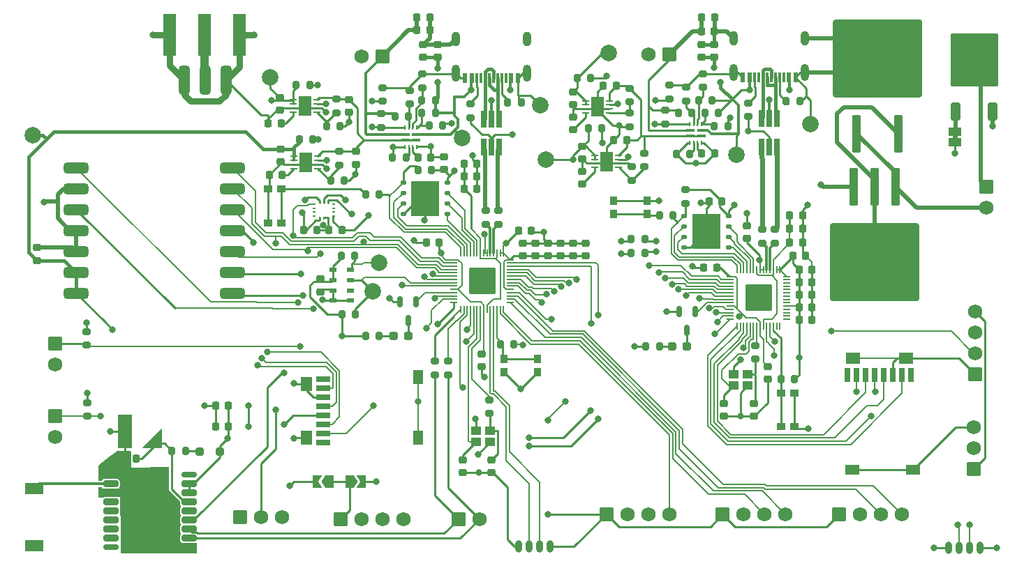
<source format=gbr>
%TF.GenerationSoftware,KiCad,Pcbnew,8.0.0*%
%TF.CreationDate,2024-04-26T20:31:40-04:00*%
%TF.ProjectId,Main board,4d61696e-2062-46f6-9172-642e6b696361,rev?*%
%TF.SameCoordinates,Original*%
%TF.FileFunction,Copper,L1,Top*%
%TF.FilePolarity,Positive*%
%FSLAX46Y46*%
G04 Gerber Fmt 4.6, Leading zero omitted, Abs format (unit mm)*
G04 Created by KiCad (PCBNEW 8.0.0) date 2024-04-26 20:31:40*
%MOMM*%
%LPD*%
G01*
G04 APERTURE LIST*
G04 Aperture macros list*
%AMRoundRect*
0 Rectangle with rounded corners*
0 $1 Rounding radius*
0 $2 $3 $4 $5 $6 $7 $8 $9 X,Y pos of 4 corners*
0 Add a 4 corners polygon primitive as box body*
4,1,4,$2,$3,$4,$5,$6,$7,$8,$9,$2,$3,0*
0 Add four circle primitives for the rounded corners*
1,1,$1+$1,$2,$3*
1,1,$1+$1,$4,$5*
1,1,$1+$1,$6,$7*
1,1,$1+$1,$8,$9*
0 Add four rect primitives between the rounded corners*
20,1,$1+$1,$2,$3,$4,$5,0*
20,1,$1+$1,$4,$5,$6,$7,0*
20,1,$1+$1,$6,$7,$8,$9,0*
20,1,$1+$1,$8,$9,$2,$3,0*%
%AMFreePoly0*
4,1,6,1.000000,0.000000,0.500000,-0.750000,-0.500000,-0.750000,-0.500000,0.750000,0.500000,0.750000,1.000000,0.000000,1.000000,0.000000,$1*%
%AMFreePoly1*
4,1,6,0.500000,-0.750000,-0.650000,-0.750000,-0.150000,0.000000,-0.650000,0.750000,0.500000,0.750000,0.500000,-0.750000,0.500000,-0.750000,$1*%
%AMFreePoly2*
4,1,12,0.600035,0.600035,0.600050,0.600000,0.600050,-1.800000,0.600035,-1.800035,0.600000,-1.800050,0.599965,-1.800035,-1.800035,0.599965,-1.800050,0.600000,-1.800035,0.600035,-1.800000,0.600050,0.600000,0.600050,0.600035,0.600035,0.600035,0.600035,$1*%
G04 Aperture macros list end*
%TA.AperFunction,EtchedComponent*%
%ADD10C,0.000000*%
%TD*%
%TA.AperFunction,SMDPad,CuDef*%
%ADD11RoundRect,0.062500X-0.375000X-0.062500X0.375000X-0.062500X0.375000X0.062500X-0.375000X0.062500X0*%
%TD*%
%TA.AperFunction,SMDPad,CuDef*%
%ADD12R,1.600000X2.340000*%
%TD*%
%TA.AperFunction,SMDPad,CuDef*%
%ADD13RoundRect,0.200000X0.275000X-0.200000X0.275000X0.200000X-0.275000X0.200000X-0.275000X-0.200000X0*%
%TD*%
%TA.AperFunction,SMDPad,CuDef*%
%ADD14RoundRect,0.175000X0.725000X0.175000X-0.725000X0.175000X-0.725000X-0.175000X0.725000X-0.175000X0*%
%TD*%
%TA.AperFunction,SMDPad,CuDef*%
%ADD15RoundRect,0.200000X0.700000X0.200000X-0.700000X0.200000X-0.700000X-0.200000X0.700000X-0.200000X0*%
%TD*%
%TA.AperFunction,SMDPad,CuDef*%
%ADD16RoundRect,0.225000X-0.250000X0.225000X-0.250000X-0.225000X0.250000X-0.225000X0.250000X0.225000X0*%
%TD*%
%TA.AperFunction,SMDPad,CuDef*%
%ADD17RoundRect,0.050000X-0.387500X-0.050000X0.387500X-0.050000X0.387500X0.050000X-0.387500X0.050000X0*%
%TD*%
%TA.AperFunction,SMDPad,CuDef*%
%ADD18RoundRect,0.050000X-0.050000X-0.387500X0.050000X-0.387500X0.050000X0.387500X-0.050000X0.387500X0*%
%TD*%
%TA.AperFunction,ComponentPad*%
%ADD19C,0.600000*%
%TD*%
%TA.AperFunction,SMDPad,CuDef*%
%ADD20RoundRect,0.144000X-1.456000X-1.456000X1.456000X-1.456000X1.456000X1.456000X-1.456000X1.456000X0*%
%TD*%
%TA.AperFunction,ComponentPad*%
%ADD21C,2.000000*%
%TD*%
%TA.AperFunction,SMDPad,CuDef*%
%ADD22RoundRect,0.200000X-0.200000X-0.275000X0.200000X-0.275000X0.200000X0.275000X-0.200000X0.275000X0*%
%TD*%
%TA.AperFunction,SMDPad,CuDef*%
%ADD23RoundRect,0.225000X0.225000X0.250000X-0.225000X0.250000X-0.225000X-0.250000X0.225000X-0.250000X0*%
%TD*%
%TA.AperFunction,SMDPad,CuDef*%
%ADD24RoundRect,0.225000X0.250000X-0.225000X0.250000X0.225000X-0.250000X0.225000X-0.250000X-0.225000X0*%
%TD*%
%TA.AperFunction,ComponentPad*%
%ADD25RoundRect,0.250000X-0.620000X-0.620000X0.620000X-0.620000X0.620000X0.620000X-0.620000X0.620000X0*%
%TD*%
%TA.AperFunction,ComponentPad*%
%ADD26C,1.740000*%
%TD*%
%TA.AperFunction,SMDPad,CuDef*%
%ADD27FreePoly0,180.000000*%
%TD*%
%TA.AperFunction,SMDPad,CuDef*%
%ADD28FreePoly1,180.000000*%
%TD*%
%TA.AperFunction,SMDPad,CuDef*%
%ADD29RoundRect,0.225000X-0.225000X-0.250000X0.225000X-0.250000X0.225000X0.250000X-0.225000X0.250000X0*%
%TD*%
%TA.AperFunction,SMDPad,CuDef*%
%ADD30R,0.381000X0.203200*%
%TD*%
%TA.AperFunction,SMDPad,CuDef*%
%ADD31R,0.203200X0.381000*%
%TD*%
%TA.AperFunction,SMDPad,CuDef*%
%ADD32RoundRect,0.200000X-0.275000X0.200000X-0.275000X-0.200000X0.275000X-0.200000X0.275000X0.200000X0*%
%TD*%
%TA.AperFunction,SMDPad,CuDef*%
%ADD33RoundRect,0.200000X0.200000X0.275000X-0.200000X0.275000X-0.200000X-0.275000X0.200000X-0.275000X0*%
%TD*%
%TA.AperFunction,ComponentPad*%
%ADD34RoundRect,0.250000X0.620000X0.620000X-0.620000X0.620000X-0.620000X-0.620000X0.620000X-0.620000X0*%
%TD*%
%TA.AperFunction,SMDPad,CuDef*%
%ADD35R,0.950000X0.550000*%
%TD*%
%TA.AperFunction,SMDPad,CuDef*%
%ADD36O,0.800000X1.500000*%
%TD*%
%TA.AperFunction,SMDPad,CuDef*%
%ADD37R,0.600000X1.150000*%
%TD*%
%TA.AperFunction,SMDPad,CuDef*%
%ADD38R,0.300000X1.150000*%
%TD*%
%TA.AperFunction,ComponentPad*%
%ADD39O,1.000000X2.100000*%
%TD*%
%TA.AperFunction,ComponentPad*%
%ADD40O,1.000000X1.800000*%
%TD*%
%TA.AperFunction,SMDPad,CuDef*%
%ADD41FreePoly0,0.000000*%
%TD*%
%TA.AperFunction,SMDPad,CuDef*%
%ADD42FreePoly1,0.000000*%
%TD*%
%TA.AperFunction,SMDPad,CuDef*%
%ADD43R,0.650000X2.000000*%
%TD*%
%TA.AperFunction,SMDPad,CuDef*%
%ADD44RoundRect,0.250000X-0.300000X2.050000X-0.300000X-2.050000X0.300000X-2.050000X0.300000X2.050000X0*%
%TD*%
%TA.AperFunction,SMDPad,CuDef*%
%ADD45RoundRect,0.250000X-2.375000X2.025000X-2.375000X-2.025000X2.375000X-2.025000X2.375000X2.025000X0*%
%TD*%
%TA.AperFunction,SMDPad,CuDef*%
%ADD46RoundRect,0.250002X-5.149998X4.449998X-5.149998X-4.449998X5.149998X-4.449998X5.149998X4.449998X0*%
%TD*%
%TA.AperFunction,SMDPad,CuDef*%
%ADD47RoundRect,0.150000X-0.150000X0.512500X-0.150000X-0.512500X0.150000X-0.512500X0.150000X0.512500X0*%
%TD*%
%TA.AperFunction,ComponentPad*%
%ADD48RoundRect,0.250000X-0.620000X0.620000X-0.620000X-0.620000X0.620000X-0.620000X0.620000X0.620000X0*%
%TD*%
%TA.AperFunction,SMDPad,CuDef*%
%ADD49RoundRect,0.322500X-1.177500X-0.322500X1.177500X-0.322500X1.177500X0.322500X-1.177500X0.322500X0*%
%TD*%
%TA.AperFunction,SMDPad,CuDef*%
%ADD50RoundRect,0.325000X-1.175000X-0.325000X1.175000X-0.325000X1.175000X0.325000X-1.175000X0.325000X0*%
%TD*%
%TA.AperFunction,SMDPad,CuDef*%
%ADD51RoundRect,0.325000X0.325000X-1.425000X0.325000X1.425000X-0.325000X1.425000X-0.325000X-1.425000X0*%
%TD*%
%TA.AperFunction,SMDPad,CuDef*%
%ADD52RoundRect,0.237500X0.287500X0.237500X-0.287500X0.237500X-0.287500X-0.237500X0.287500X-0.237500X0*%
%TD*%
%TA.AperFunction,SMDPad,CuDef*%
%ADD53RoundRect,0.250000X0.350000X-0.850000X0.350000X0.850000X-0.350000X0.850000X-0.350000X-0.850000X0*%
%TD*%
%TA.AperFunction,SMDPad,CuDef*%
%ADD54RoundRect,0.250000X1.125000X-1.275000X1.125000X1.275000X-1.125000X1.275000X-1.125000X-1.275000X0*%
%TD*%
%TA.AperFunction,SMDPad,CuDef*%
%ADD55RoundRect,0.249997X2.650003X-2.950003X2.650003X2.950003X-2.650003X2.950003X-2.650003X-2.950003X0*%
%TD*%
%TA.AperFunction,SMDPad,CuDef*%
%ADD56R,1.000000X0.900000*%
%TD*%
%TA.AperFunction,SMDPad,CuDef*%
%ADD57R,1.500000X5.080000*%
%TD*%
%TA.AperFunction,SMDPad,CuDef*%
%ADD58R,1.800000X0.800000*%
%TD*%
%TA.AperFunction,SMDPad,CuDef*%
%ADD59R,1.400000X1.800000*%
%TD*%
%TA.AperFunction,SMDPad,CuDef*%
%ADD60R,1.200000X1.800000*%
%TD*%
%TA.AperFunction,SMDPad,CuDef*%
%ADD61R,1.500000X1.000000*%
%TD*%
%TA.AperFunction,SMDPad,CuDef*%
%ADD62RoundRect,0.125000X-0.250000X-0.125000X0.250000X-0.125000X0.250000X0.125000X-0.250000X0.125000X0*%
%TD*%
%TA.AperFunction,SMDPad,CuDef*%
%ADD63R,3.400000X4.300000*%
%TD*%
%TA.AperFunction,SMDPad,CuDef*%
%ADD64R,1.150000X1.000000*%
%TD*%
%TA.AperFunction,SMDPad,CuDef*%
%ADD65R,1.050000X0.399999*%
%TD*%
%TA.AperFunction,SMDPad,CuDef*%
%ADD66R,0.200000X0.599999*%
%TD*%
%TA.AperFunction,ComponentPad*%
%ADD67RoundRect,0.250000X0.620000X-0.620000X0.620000X0.620000X-0.620000X0.620000X-0.620000X-0.620000X0*%
%TD*%
%TA.AperFunction,SMDPad,CuDef*%
%ADD68RoundRect,0.250000X0.300000X-2.050000X0.300000X2.050000X-0.300000X2.050000X-0.300000X-2.050000X0*%
%TD*%
%TA.AperFunction,SMDPad,CuDef*%
%ADD69RoundRect,0.250000X2.375000X-2.025000X2.375000X2.025000X-2.375000X2.025000X-2.375000X-2.025000X0*%
%TD*%
%TA.AperFunction,SMDPad,CuDef*%
%ADD70RoundRect,0.250002X5.149998X-4.449998X5.149998X4.449998X-5.149998X4.449998X-5.149998X-4.449998X0*%
%TD*%
%TA.AperFunction,SMDPad,CuDef*%
%ADD71R,0.900000X1.000000*%
%TD*%
%TA.AperFunction,SMDPad,CuDef*%
%ADD72RoundRect,0.250000X-0.250000X-0.250000X0.250000X-0.250000X0.250000X0.250000X-0.250000X0.250000X0*%
%TD*%
%TA.AperFunction,SMDPad,CuDef*%
%ADD73R,0.800000X1.800000*%
%TD*%
%TA.AperFunction,SMDPad,CuDef*%
%ADD74R,1.800000X1.400000*%
%TD*%
%TA.AperFunction,SMDPad,CuDef*%
%ADD75R,1.800000X1.200000*%
%TD*%
%TA.AperFunction,SMDPad,CuDef*%
%ADD76FreePoly2,270.000000*%
%TD*%
%TA.AperFunction,SMDPad,CuDef*%
%ADD77R,1.700000X4.100000*%
%TD*%
%TA.AperFunction,SMDPad,CuDef*%
%ADD78R,2.259800X1.362800*%
%TD*%
%TA.AperFunction,ViaPad*%
%ADD79C,0.800000*%
%TD*%
%TA.AperFunction,Conductor*%
%ADD80C,0.250000*%
%TD*%
%TA.AperFunction,Conductor*%
%ADD81C,0.500000*%
%TD*%
%TA.AperFunction,Conductor*%
%ADD82C,0.200000*%
%TD*%
%TA.AperFunction,Conductor*%
%ADD83C,0.750000*%
%TD*%
%TA.AperFunction,Conductor*%
%ADD84C,0.400000*%
%TD*%
%TA.AperFunction,Conductor*%
%ADD85C,0.450000*%
%TD*%
%TA.AperFunction,Conductor*%
%ADD86C,0.350000*%
%TD*%
%TA.AperFunction,Conductor*%
%ADD87C,0.300000*%
%TD*%
%TA.AperFunction,Conductor*%
%ADD88C,0.600000*%
%TD*%
%TA.AperFunction,Conductor*%
%ADD89C,1.000000*%
%TD*%
G04 APERTURE END LIST*
D10*
%TA.AperFunction,EtchedComponent*%
%TO.C,JP2*%
G36*
X171242000Y-68576000D02*
G01*
X170642000Y-68576000D01*
X170642000Y-68076000D01*
X171242000Y-68076000D01*
X171242000Y-68576000D01*
G37*
%TD.AperFunction*%
%TD*%
D11*
%TO.P,U13,1,VOUT*%
%TO.N,+5V_R*%
X127247500Y-70554999D03*
%TO.P,U13,2,SENSE*%
X127247500Y-71054999D03*
%TO.P,U13,3,GND*%
%TO.N,GND*%
X127247500Y-71554999D03*
%TO.P,U13,4,SS*%
%TO.N,Net-(U13-SS)*%
X127247500Y-72054999D03*
%TO.P,U13,5,EN/UVLO*%
%TO.N,Net-(U13-EN{slash}UVLO)*%
X130122500Y-72054999D03*
%TO.P,U13,6,GND*%
%TO.N,GND*%
X130122500Y-71554999D03*
%TO.P,U13,7,PG*%
%TO.N,Net-(U13-PG)*%
X130122500Y-71054999D03*
%TO.P,U13,8,VIN*%
%TO.N,Net-(U12-VIN)*%
X130122500Y-70554999D03*
D12*
%TO.P,U13,9,GND*%
%TO.N,GND*%
X128685000Y-71304999D03*
%TD*%
D13*
%TO.P,R17,1*%
%TO.N,Net-(C23-Pad2)*%
X146685000Y-95313000D03*
%TO.P,R17,2*%
%TO.N,Net-(U7-XOUT)*%
X146685000Y-93663000D03*
%TD*%
D14*
%TO.P,U10,1,GND*%
%TO.N,GND*%
X78000000Y-118192000D03*
D15*
%TO.P,U10,2,TXD*%
%TO.N,Net-(J13-Pin_2)*%
X78000000Y-117092000D03*
%TO.P,U10,3,RXD*%
%TO.N,Net-(J13-Pin_1)*%
X78000000Y-115992000D03*
%TO.P,U10,4,TIMEPULSE*%
%TO.N,/TIMEPULSE*%
X78000000Y-114892000D03*
%TO.P,U10,5,EXTINT*%
%TO.N,/EXTINT*%
X78000000Y-113792000D03*
%TO.P,U10,6,V_BCKP*%
%TO.N,/V_BCKP*%
X78000000Y-112692000D03*
%TO.P,U10,7,VCC_IO*%
%TO.N,+3V3*%
X78000000Y-111592000D03*
%TO.P,U10,8,VCC*%
X78000000Y-110492000D03*
D14*
%TO.P,U10,9,~{RESET}*%
%TO.N,unconnected-(U10-~{RESET}-Pad9)*%
X78000000Y-109392000D03*
%TO.P,U10,10,GND*%
%TO.N,GND*%
X68500000Y-109392000D03*
D15*
%TO.P,U10,11,RF_IN*%
%TO.N,Net-(AE1-A)*%
X68500000Y-110492000D03*
%TO.P,U10,12,GND*%
%TO.N,GND*%
X68500000Y-111592000D03*
%TO.P,U10,13,LNA_EN*%
%TO.N,unconnected-(U10-LNA_EN-Pad13)*%
X68500000Y-112692000D03*
%TO.P,U10,14,VCC_RF*%
%TO.N,unconnected-(U10-VCC_RF-Pad14)*%
X68500000Y-113792000D03*
%TO.P,U10,15,VIO_SEL*%
%TO.N,unconnected-(U10-VIO_SEL-Pad15)*%
X68500000Y-114892000D03*
%TO.P,U10,16,SDA*%
%TO.N,unconnected-(U10-SDA-Pad16)*%
X68500000Y-115992000D03*
%TO.P,U10,17,SCL*%
%TO.N,unconnected-(U10-SCL-Pad17)*%
X68500000Y-117092000D03*
D14*
%TO.P,U10,18,~{SAFEBOOT}*%
%TO.N,unconnected-(U10-~{SAFEBOOT}-Pad18)*%
X68500000Y-118192000D03*
%TD*%
D11*
%TO.P,U12,1,VOUT*%
%TO.N,+3V3_R*%
X126079500Y-63944999D03*
%TO.P,U12,2,SENSE*%
X126079500Y-64444999D03*
%TO.P,U12,3,GND*%
%TO.N,GND*%
X126079500Y-64944999D03*
%TO.P,U12,4,SS*%
%TO.N,Net-(U12-SS)*%
X126079500Y-65444999D03*
%TO.P,U12,5,EN/UVLO*%
%TO.N,Net-(U12-EN{slash}UVLO)*%
X128954500Y-65444999D03*
%TO.P,U12,6,GND*%
%TO.N,GND*%
X128954500Y-64944999D03*
%TO.P,U12,7,PG*%
%TO.N,Net-(U12-PG)*%
X128954500Y-64444999D03*
%TO.P,U12,8,VIN*%
%TO.N,Net-(U12-VIN)*%
X128954500Y-63944999D03*
D12*
%TO.P,U12,9,GND*%
%TO.N,GND*%
X127517000Y-64694999D03*
%TD*%
D16*
%TO.P,C46,1*%
%TO.N,Net-(U11-VIN)*%
X98250000Y-70113000D03*
%TO.P,C46,2*%
%TO.N,GND*%
X98250000Y-71663000D03*
%TD*%
D17*
%TO.P,U7,1,IOVDD*%
%TO.N,+3V3_R*%
X143631000Y-85281500D03*
%TO.P,U7,2,GPIO0*%
%TO.N,/LS1*%
X143631000Y-85681500D03*
%TO.P,U7,3,GPIO1*%
%TO.N,/Ch.1A*%
X143631000Y-86081500D03*
%TO.P,U7,4,GPIO2*%
%TO.N,/Ch.1B*%
X143631000Y-86481500D03*
%TO.P,U7,5,GPIO3*%
%TO.N,/Ch.2A*%
X143631000Y-86881500D03*
%TO.P,U7,6,GPIO4*%
%TO.N,/Ch.2B*%
X143631000Y-87281500D03*
%TO.P,U7,7,GPIO5*%
%TO.N,/Ch.3A*%
X143631000Y-87681500D03*
%TO.P,U7,8,GPIO6*%
%TO.N,/Ch.3B*%
X143631000Y-88081500D03*
%TO.P,U7,9,GPIO7*%
%TO.N,/D1_R*%
X143631000Y-88481500D03*
%TO.P,U7,10,IOVDD*%
%TO.N,+3V3_R*%
X143631000Y-88881500D03*
%TO.P,U7,11,GPIO8*%
%TO.N,/CROSS_PRIMRX_REDTX*%
X143631000Y-89281500D03*
%TO.P,U7,12,GPIO9*%
%TO.N,/CROSS_PRIMTX_REDRX*%
X143631000Y-89681500D03*
%TO.P,U7,13,GPIO10*%
%TO.N,/PWM_EMRG_REL*%
X143631000Y-90081500D03*
%TO.P,U7,14,GPIO11*%
%TO.N,/CUT*%
X143631000Y-90481500D03*
D18*
%TO.P,U7,15,GPIO12*%
%TO.N,/SPI0_POCI_R*%
X144468500Y-91319000D03*
%TO.P,U7,16,GPIO13*%
%TO.N,/SPI0_CS_SD_R*%
X144868500Y-91319000D03*
%TO.P,U7,17,GPIO14*%
%TO.N,/SPI0_SCK_R*%
X145268500Y-91319000D03*
%TO.P,U7,18,GPIO15*%
%TO.N,/SPI0_PICO_R*%
X145668500Y-91319000D03*
%TO.P,U7,19,TESTEN*%
%TO.N,GND*%
X146068500Y-91319000D03*
%TO.P,U7,20,XIN*%
%TO.N,Net-(U7-XIN)*%
X146468500Y-91319000D03*
%TO.P,U7,21,XOUT*%
%TO.N,Net-(U7-XOUT)*%
X146868500Y-91319000D03*
%TO.P,U7,22,IOVDD*%
%TO.N,+3V3_R*%
X147268500Y-91319000D03*
%TO.P,U7,23,DVDD*%
%TO.N,Net-(U7-VREG_VOUT)*%
X147668500Y-91319000D03*
%TO.P,U7,24,SWCLK*%
%TO.N,/SWCLK_R*%
X148068500Y-91319000D03*
%TO.P,U7,25,SWD*%
%TO.N,/SWD_R*%
X148468500Y-91319000D03*
%TO.P,U7,26,RUN*%
%TO.N,Net-(U7-RUN)*%
X148868500Y-91319000D03*
%TO.P,U7,27,GPIO16*%
%TO.N,unconnected-(U7-GPIO16-Pad27)*%
X149268500Y-91319000D03*
%TO.P,U7,28,GPIO17*%
%TO.N,unconnected-(U7-GPIO17-Pad28)*%
X149668500Y-91319000D03*
D17*
%TO.P,U7,29,GPIO18*%
%TO.N,unconnected-(U7-GPIO18-Pad29)*%
X150506000Y-90481500D03*
%TO.P,U7,30,GPIO19*%
%TO.N,unconnected-(U7-GPIO19-Pad30)*%
X150506000Y-90081500D03*
%TO.P,U7,31,GPIO20*%
%TO.N,unconnected-(U7-GPIO20-Pad31)*%
X150506000Y-89681500D03*
%TO.P,U7,32,GPIO21*%
%TO.N,unconnected-(U7-GPIO21-Pad32)*%
X150506000Y-89281500D03*
%TO.P,U7,33,IOVDD*%
%TO.N,+3V3_R*%
X150506000Y-88881500D03*
%TO.P,U7,34,GPIO22*%
%TO.N,unconnected-(U7-GPIO22-Pad34)*%
X150506000Y-88481500D03*
%TO.P,U7,35,GPIO23*%
%TO.N,unconnected-(U7-GPIO23-Pad35)*%
X150506000Y-88081500D03*
%TO.P,U7,36,GPIO24*%
%TO.N,unconnected-(U7-GPIO24-Pad36)*%
X150506000Y-87681500D03*
%TO.P,U7,37,GPIO25*%
%TO.N,unconnected-(U7-GPIO25-Pad37)*%
X150506000Y-87281500D03*
%TO.P,U7,38,GPIO26_ADC0*%
%TO.N,unconnected-(U7-GPIO26_ADC0-Pad38)*%
X150506000Y-86881500D03*
%TO.P,U7,39,GPIO27_ADC1*%
%TO.N,unconnected-(U7-GPIO27_ADC1-Pad39)*%
X150506000Y-86481500D03*
%TO.P,U7,40,GPIO28_ADC2*%
%TO.N,unconnected-(U7-GPIO28_ADC2-Pad40)*%
X150506000Y-86081500D03*
%TO.P,U7,41,GPIO29_ADC3*%
%TO.N,unconnected-(U7-GPIO29_ADC3-Pad41)*%
X150506000Y-85681500D03*
%TO.P,U7,42,IOVDD*%
%TO.N,+3V3_R*%
X150506000Y-85281500D03*
D18*
%TO.P,U7,43,ADC_AVDD*%
X149668500Y-84444000D03*
%TO.P,U7,44,VREG_IN*%
X149268500Y-84444000D03*
%TO.P,U7,45,VREG_VOUT*%
%TO.N,Net-(U7-VREG_VOUT)*%
X148868500Y-84444000D03*
%TO.P,U7,46,USB_DM*%
%TO.N,Net-(U7-USB_DM)*%
X148468500Y-84444000D03*
%TO.P,U7,47,USB_DP*%
%TO.N,Net-(U7-USB_DP)*%
X148068500Y-84444000D03*
%TO.P,U7,48,USB_VDD*%
%TO.N,+3V3_R*%
X147668500Y-84444000D03*
%TO.P,U7,49,IOVDD*%
X147268500Y-84444000D03*
%TO.P,U7,50,DVDD*%
%TO.N,Net-(U7-VREG_VOUT)*%
X146868500Y-84444000D03*
%TO.P,U7,51,QSPI_SD3*%
%TO.N,/R_QSPI_SD3*%
X146468500Y-84444000D03*
%TO.P,U7,52,QSPI_SCLK*%
%TO.N,/R_QSPI_SCLK*%
X146068500Y-84444000D03*
%TO.P,U7,53,QSPI_SD0*%
%TO.N,/R_QSPI_SD0*%
X145668500Y-84444000D03*
%TO.P,U7,54,QSPI_SD2*%
%TO.N,/R_QSPI_SD2*%
X145268500Y-84444000D03*
%TO.P,U7,55,QSPI_SD1*%
%TO.N,/R_QSPI_SD1*%
X144868500Y-84444000D03*
%TO.P,U7,56,QSPI_SS*%
%TO.N,/R_QSPI_SS*%
X144468500Y-84444000D03*
D19*
%TO.P,U7,57,GND*%
%TO.N,GND*%
X145793500Y-86606500D03*
X145793500Y-87881500D03*
X145793500Y-89156500D03*
X147068500Y-86606500D03*
X147068500Y-87881500D03*
D20*
X147068500Y-87881500D03*
D19*
X147068500Y-89156500D03*
X148343500Y-86606500D03*
X148343500Y-87881500D03*
X148343500Y-89156500D03*
%TD*%
D21*
%TO.P,TP5,1,1*%
%TO.N,+3V3*%
X87884000Y-61087000D03*
%TD*%
D22*
%TO.P,R10,1*%
%TO.N,+3V3*%
X96457000Y-82804000D03*
%TO.P,R10,2*%
%TO.N,/SCL*%
X98107000Y-82804000D03*
%TD*%
D16*
%TO.P,C49,1*%
%TO.N,+3V3_R*%
X124587000Y-62852000D03*
%TO.P,C49,2*%
%TO.N,GND*%
X124587000Y-64402000D03*
%TD*%
D23*
%TO.P,C47,1*%
%TO.N,Net-(U11-SS)*%
X89294000Y-72948000D03*
%TO.P,C47,2*%
%TO.N,GND*%
X87744000Y-72948000D03*
%TD*%
D24*
%TO.P,C51,1*%
%TO.N,Net-(U12-SS)*%
X124596000Y-67450000D03*
%TO.P,C51,2*%
%TO.N,GND*%
X124596000Y-65900000D03*
%TD*%
D11*
%TO.P,U5,1,VOUT*%
%TO.N,+3V3*%
X90637500Y-63816000D03*
%TO.P,U5,2,SENSE*%
X90637500Y-64316000D03*
%TO.P,U5,3,GND*%
%TO.N,GND*%
X90637500Y-64816000D03*
%TO.P,U5,4,SS*%
%TO.N,Net-(U5-SS)*%
X90637500Y-65316000D03*
%TO.P,U5,5,EN/UVLO*%
%TO.N,Net-(U5-EN{slash}UVLO)*%
X93512500Y-65316000D03*
%TO.P,U5,6,GND*%
%TO.N,GND*%
X93512500Y-64816000D03*
%TO.P,U5,7,PG*%
%TO.N,Net-(U5-PG)*%
X93512500Y-64316000D03*
%TO.P,U5,8,VIN*%
%TO.N,Net-(U11-VIN)*%
X93512500Y-63816000D03*
D12*
%TO.P,U5,9,GND*%
%TO.N,GND*%
X92075000Y-64566000D03*
%TD*%
D25*
%TO.P,J18,1,Pin_1*%
%TO.N,+5V*%
X84210000Y-114500000D03*
D26*
%TO.P,J18,2,Pin_2*%
%TO.N,/PWM_MC*%
X86750000Y-114500000D03*
%TO.P,J18,3,Pin_3*%
%TO.N,GND*%
X89290000Y-114500000D03*
%TD*%
D27*
%TO.P,JP4,1,A*%
%TO.N,Net-(J15-Pin_1)*%
X95000000Y-110250000D03*
D28*
%TO.P,JP4,2,B*%
%TO.N,+5V*%
X93550000Y-110250000D03*
%TD*%
D29*
%TO.P,C27,1*%
%TO.N,+3V3_R*%
X151993000Y-90551000D03*
%TO.P,C27,2*%
%TO.N,GND*%
X153543000Y-90551000D03*
%TD*%
D22*
%TO.P,R59,1*%
%TO.N,Net-(U15-OV2)*%
X139808000Y-63881000D03*
%TO.P,R59,2*%
%TO.N,VCC*%
X141458000Y-63881000D03*
%TD*%
D29*
%TO.P,C31,1*%
%TO.N,+3V3_R*%
X152021000Y-84455000D03*
%TO.P,C31,2*%
%TO.N,GND*%
X153571000Y-84455000D03*
%TD*%
D30*
%TO.P,U4,1,SDO*%
%TO.N,/SPI0_POCI*%
X93135000Y-76477999D03*
%TO.P,U4,2,ASDX*%
%TO.N,unconnected-(U4-ASDX-Pad2)*%
X93135000Y-76978000D03*
%TO.P,U4,3,ASCX*%
%TO.N,unconnected-(U4-ASCX-Pad3)*%
X93135000Y-77478000D03*
%TO.P,U4,4,INT1*%
%TO.N,unconnected-(U4-INT1-Pad4)*%
X93135000Y-77978001D03*
D31*
%TO.P,U4,5,VDDIO*%
%TO.N,+3V3*%
X93841501Y-78180500D03*
%TO.P,U4,6,GNDIO*%
%TO.N,GND*%
X94341500Y-78180500D03*
%TO.P,U4,7,GND*%
X94841499Y-78180500D03*
D30*
%TO.P,U4,8,VDD*%
%TO.N,+3V3*%
X95548000Y-77978001D03*
%TO.P,U4,9,INT2*%
%TO.N,unconnected-(U4-INT2-Pad9)*%
X95548000Y-77478000D03*
%TO.P,U4,10,OCSB*%
%TO.N,unconnected-(U4-OCSB-Pad10)*%
X95548000Y-76978000D03*
%TO.P,U4,11,OSDO*%
%TO.N,unconnected-(U4-OSDO-Pad11)*%
X95548000Y-76477999D03*
D31*
%TO.P,U4,12,CSB*%
%TO.N,/SPIO_CS_IMU*%
X94841499Y-76275500D03*
%TO.P,U4,13,SCX*%
%TO.N,/SPI0_SCK*%
X94341500Y-76275500D03*
%TO.P,U4,14,SDX*%
%TO.N,/SPI0_PICO*%
X93841501Y-76275500D03*
%TD*%
D32*
%TO.P,R13,1*%
%TO.N,/GPS_TX*%
X109474000Y-95568000D03*
%TO.P,R13,2*%
%TO.N,Net-(J13-Pin_2)*%
X109474000Y-97218000D03*
%TD*%
D29*
%TO.P,C5,1*%
%TO.N,Net-(U1-VREG_VOUT)*%
X111353000Y-74676000D03*
%TO.P,C5,2*%
%TO.N,GND*%
X112903000Y-74676000D03*
%TD*%
D33*
%TO.P,R52,1*%
%TO.N,GND*%
X108775000Y-66929000D03*
%TO.P,R52,2*%
%TO.N,Net-(U14-CP2)*%
X107125000Y-66929000D03*
%TD*%
D29*
%TO.P,C24,1*%
%TO.N,Net-(U7-VREG_VOUT)*%
X150863000Y-77851000D03*
%TO.P,C24,2*%
%TO.N,GND*%
X152413000Y-77851000D03*
%TD*%
D13*
%TO.P,R55,1*%
%TO.N,Net-(U15-PR1)*%
X135763000Y-66738000D03*
%TO.P,R55,2*%
%TO.N,+BATT*%
X135763000Y-65088000D03*
%TD*%
D34*
%TO.P,J16,1,Pin_1*%
%TO.N,+BATT*%
X136259500Y-58293000D03*
D26*
%TO.P,J16,2,Pin_2*%
%TO.N,GND*%
X133719500Y-58293000D03*
%TD*%
D22*
%TO.P,R8,1*%
%TO.N,Net-(J2-CC1)*%
X116648000Y-64135000D03*
%TO.P,R8,2*%
%TO.N,GND*%
X118298000Y-64135000D03*
%TD*%
D24*
%TO.P,C7,1*%
%TO.N,+3V3*%
X121539000Y-82776000D03*
%TO.P,C7,2*%
%TO.N,GND*%
X121539000Y-81226000D03*
%TD*%
D35*
%TO.P,U3,1,VDD*%
%TO.N,+3V3*%
X95445000Y-84475000D03*
%TO.P,U3,2,PS*%
X95445000Y-85725000D03*
%TO.P,U3,3,GND*%
%TO.N,GND*%
X95445000Y-86975000D03*
%TO.P,U3,4,CSB*%
X95445000Y-88225000D03*
%TO.P,U3,5,CSB*%
X97595000Y-88225000D03*
%TO.P,U3,6,SDO*%
%TO.N,unconnected-(U3-SDO-Pad6)*%
X97595000Y-86975000D03*
%TO.P,U3,7,SDI/SDA*%
%TO.N,/SDA*%
X97595000Y-85725000D03*
%TO.P,U3,8,SCLK*%
%TO.N,/SCL*%
X97595000Y-84475000D03*
%TD*%
D16*
%TO.P,C19,1*%
%TO.N,+3V3*%
X89027000Y-63565000D03*
%TO.P,C19,2*%
%TO.N,GND*%
X89027000Y-65115000D03*
%TD*%
D25*
%TO.P,J5,1,Pin_1*%
%TO.N,+3V3*%
X156845000Y-114185000D03*
D26*
%TO.P,J5,2,Pin_2*%
%TO.N,GND*%
X159385000Y-114185000D03*
%TO.P,J5,3,Pin_3*%
%TO.N,/Ch.3A*%
X161925000Y-114185000D03*
%TO.P,J5,4,Pin_4*%
%TO.N,/Ch.3B*%
X164465000Y-114185000D03*
%TD*%
D17*
%TO.P,U1,1,IOVDD*%
%TO.N,+3V3*%
X110105500Y-83247000D03*
%TO.P,U1,2,GPIO0*%
%TO.N,/SPI0_POCI*%
X110105500Y-83647000D03*
%TO.P,U1,3,GPIO1*%
%TO.N,/SPI0_CS_RAD*%
X110105500Y-84047000D03*
%TO.P,U1,4,GPIO2*%
%TO.N,/SPI0_SCK*%
X110105500Y-84447000D03*
%TO.P,U1,5,GPIO3*%
%TO.N,/SPI0_PICO*%
X110105500Y-84847000D03*
%TO.P,U1,6,GPIO4*%
%TO.N,Net-(U1-GPIO4)*%
X110105500Y-85247000D03*
%TO.P,U1,7,GPIO5*%
%TO.N,Net-(U1-GPIO5)*%
X110105500Y-85647000D03*
%TO.P,U1,8,GPIO6*%
%TO.N,/SDA*%
X110105500Y-86047000D03*
%TO.P,U1,9,GPIO7*%
%TO.N,/SCL*%
X110105500Y-86447000D03*
%TO.P,U1,10,IOVDD*%
%TO.N,+3V3*%
X110105500Y-86847000D03*
%TO.P,U1,11,GPIO8*%
%TO.N,/D1*%
X110105500Y-87247000D03*
%TO.P,U1,12,GPIO9*%
%TO.N,/SPIO_CS_IMU*%
X110105500Y-87647000D03*
%TO.P,U1,13,GPIO10*%
%TO.N,/LS2*%
X110105500Y-88047000D03*
%TO.P,U1,14,GPIO11*%
%TO.N,/PWM_MC*%
X110105500Y-88447000D03*
D18*
%TO.P,U1,15,GPIO12*%
%TO.N,/GPS_RX*%
X110943000Y-89284500D03*
%TO.P,U1,16,GPIO13*%
%TO.N,/GPS_TX*%
X111343000Y-89284500D03*
%TO.P,U1,17,GPIO14*%
%TO.N,/LS1*%
X111743000Y-89284500D03*
%TO.P,U1,18,GPIO15*%
%TO.N,/Ch.1A*%
X112143000Y-89284500D03*
%TO.P,U1,19,TESTEN*%
%TO.N,GND*%
X112543000Y-89284500D03*
%TO.P,U1,20,XIN*%
%TO.N,Net-(U1-XIN)*%
X112943000Y-89284500D03*
%TO.P,U1,21,XOUT*%
%TO.N,Net-(U1-XOUT)*%
X113343000Y-89284500D03*
%TO.P,U1,22,IOVDD*%
%TO.N,+3V3*%
X113743000Y-89284500D03*
%TO.P,U1,23,DVDD*%
%TO.N,Net-(U1-VREG_VOUT)*%
X114143000Y-89284500D03*
%TO.P,U1,24,SWCLK*%
%TO.N,/SWCLK*%
X114543000Y-89284500D03*
%TO.P,U1,25,SWD*%
%TO.N,/SWD*%
X114943000Y-89284500D03*
%TO.P,U1,26,RUN*%
%TO.N,Net-(U1-RUN)*%
X115343000Y-89284500D03*
%TO.P,U1,27,GPIO16*%
%TO.N,/Ch.1B*%
X115743000Y-89284500D03*
%TO.P,U1,28,GPIO17*%
%TO.N,/Ch.2A*%
X116143000Y-89284500D03*
D17*
%TO.P,U1,29,GPIO18*%
%TO.N,/Ch.2B*%
X116980500Y-88447000D03*
%TO.P,U1,30,GPIO19*%
%TO.N,/Ch.3A*%
X116980500Y-88047000D03*
%TO.P,U1,31,GPIO20*%
%TO.N,/Ch.3B*%
X116980500Y-87647000D03*
%TO.P,U1,32,GPIO21*%
%TO.N,/SPI0_CS_SD*%
X116980500Y-87247000D03*
%TO.P,U1,33,IOVDD*%
%TO.N,+3V3*%
X116980500Y-86847000D03*
%TO.P,U1,34,GPIO22*%
%TO.N,/SW*%
X116980500Y-86447000D03*
%TO.P,U1,35,GPIO23*%
%TO.N,/DIO1*%
X116980500Y-86047000D03*
%TO.P,U1,36,GPIO24*%
%TO.N,/BUSY*%
X116980500Y-85647000D03*
%TO.P,U1,37,GPIO25*%
%TO.N,/~{RST}*%
X116980500Y-85247000D03*
%TO.P,U1,38,GPIO26_ADC0*%
%TO.N,/TXEN*%
X116980500Y-84847000D03*
%TO.P,U1,39,GPIO27_ADC1*%
%TO.N,/TIMEPULSE*%
X116980500Y-84447000D03*
%TO.P,U1,40,GPIO28_ADC2*%
%TO.N,/STEP*%
X116980500Y-84047000D03*
%TO.P,U1,41,GPIO29_ADC3*%
%TO.N,/DIR*%
X116980500Y-83647000D03*
%TO.P,U1,42,IOVDD*%
%TO.N,+3V3*%
X116980500Y-83247000D03*
D18*
%TO.P,U1,43,ADC_AVDD*%
X116143000Y-82409500D03*
%TO.P,U1,44,VREG_IN*%
X115743000Y-82409500D03*
%TO.P,U1,45,VREG_VOUT*%
%TO.N,Net-(U1-VREG_VOUT)*%
X115343000Y-82409500D03*
%TO.P,U1,46,USB_DM*%
%TO.N,Net-(U1-USB_DM)*%
X114943000Y-82409500D03*
%TO.P,U1,47,USB_DP*%
%TO.N,Net-(U1-USB_DP)*%
X114543000Y-82409500D03*
%TO.P,U1,48,USB_VDD*%
%TO.N,+3V3*%
X114143000Y-82409500D03*
%TO.P,U1,49,IOVDD*%
X113743000Y-82409500D03*
%TO.P,U1,50,DVDD*%
%TO.N,Net-(U1-VREG_VOUT)*%
X113343000Y-82409500D03*
%TO.P,U1,51,QSPI_SD3*%
%TO.N,/QSPI_SD3*%
X112943000Y-82409500D03*
%TO.P,U1,52,QSPI_SCLK*%
%TO.N,/QSPI_SCLK*%
X112543000Y-82409500D03*
%TO.P,U1,53,QSPI_SD0*%
%TO.N,/QSPI_SD0*%
X112143000Y-82409500D03*
%TO.P,U1,54,QSPI_SD2*%
%TO.N,/QSPI_SD2*%
X111743000Y-82409500D03*
%TO.P,U1,55,QSPI_SD1*%
%TO.N,/QSPI_SD1*%
X111343000Y-82409500D03*
%TO.P,U1,56,QSPI_SS*%
%TO.N,/QSPI_SS*%
X110943000Y-82409500D03*
D19*
%TO.P,U1,57,GND*%
%TO.N,GND*%
X112268000Y-84572000D03*
X112268000Y-85847000D03*
X112268000Y-87122000D03*
X113543000Y-84572000D03*
X113543000Y-85847000D03*
D20*
X113543000Y-85847000D03*
D19*
X113543000Y-87122000D03*
X114818000Y-84572000D03*
X114818000Y-85847000D03*
X114818000Y-87122000D03*
%TD*%
D22*
%TO.P,R53,1*%
%TO.N,Net-(U14-CP2)*%
X106236000Y-65405000D03*
%TO.P,R53,2*%
%TO.N,VBUS*%
X107886000Y-65405000D03*
%TD*%
D13*
%TO.P,R37,1*%
%TO.N,Net-(U5-EN{slash}UVLO)*%
X95885000Y-65391000D03*
%TO.P,R37,2*%
%TO.N,Net-(U11-VIN)*%
X95885000Y-63741000D03*
%TD*%
D23*
%TO.P,C55,1*%
%TO.N,GND*%
X107353400Y-70815200D03*
%TO.P,C55,2*%
%TO.N,Net-(U14-SS)*%
X105803400Y-70815200D03*
%TD*%
D36*
%TO.P,J1,1,Pin_1*%
%TO.N,+3V3*%
X121793000Y-118122000D03*
%TO.P,J1,2,Pin_2*%
%TO.N,/SWD*%
X120523000Y-118122000D03*
%TO.P,J1,3,Pin_3*%
%TO.N,/SWCLK*%
X119253000Y-118122000D03*
%TO.P,J1,4,Pin_4*%
%TO.N,GND*%
X117983000Y-118122000D03*
%TD*%
D32*
%TO.P,R56,1*%
%TO.N,GND*%
X136271000Y-62040000D03*
%TO.P,R56,2*%
%TO.N,Net-(U15-PR1)*%
X136271000Y-63690000D03*
%TD*%
D16*
%TO.P,C16,1*%
%TO.N,+3V3*%
X93921000Y-85593000D03*
%TO.P,C16,2*%
%TO.N,GND*%
X93921000Y-87143000D03*
%TD*%
D37*
%TO.P,J12,A1,GND*%
%TO.N,GND*%
X151568000Y-61103999D03*
%TO.P,J12,A4,VBUS*%
%TO.N,VCC*%
X150768000Y-61103999D03*
D38*
%TO.P,J12,A5,CC1*%
%TO.N,Net-(J12-CC1)*%
X149618000Y-61103999D03*
%TO.P,J12,A6,D+*%
%TO.N,Net-(D5-L1-Pad6)*%
X148618000Y-61103999D03*
%TO.P,J12,A7,D-*%
%TO.N,Net-(D5-L2-Pad4)*%
X148118000Y-61103999D03*
%TO.P,J12,A8,SBU1*%
%TO.N,unconnected-(J12-SBU1-PadA8)*%
X147118000Y-61103999D03*
D37*
%TO.P,J12,A9,VBUS*%
%TO.N,VCC*%
X145968000Y-61103999D03*
%TO.P,J12,A12,GND*%
%TO.N,GND*%
X145168000Y-61103999D03*
%TO.P,J12,B1,GND*%
X145168000Y-61103999D03*
%TO.P,J12,B4,VBUS*%
%TO.N,VCC*%
X145968000Y-61103999D03*
D38*
%TO.P,J12,B5,CC2*%
%TO.N,Net-(J12-CC2)*%
X146618000Y-61103999D03*
%TO.P,J12,B6,D+*%
%TO.N,Net-(D5-L1-Pad6)*%
X147618000Y-61103999D03*
%TO.P,J12,B7,D-*%
%TO.N,Net-(D5-L2-Pad4)*%
X149118000Y-61103999D03*
%TO.P,J12,B8,SBU2*%
%TO.N,unconnected-(J12-SBU2-PadB8)*%
X150118000Y-61103999D03*
D37*
%TO.P,J12,B9,VBUS*%
%TO.N,VCC*%
X150768000Y-61103999D03*
%TO.P,J12,B12,GND*%
%TO.N,GND*%
X151568000Y-61103999D03*
D39*
%TO.P,J12,S1,SHIELD*%
X152688000Y-60528999D03*
D40*
X152688000Y-56348999D03*
D39*
X144048000Y-60528999D03*
D40*
X144048000Y-56348999D03*
%TD*%
D41*
%TO.P,JP3,1,A*%
%TO.N,Net-(J15-Pin_1)*%
X97500000Y-110250000D03*
D42*
%TO.P,JP3,2,B*%
%TO.N,+3V3*%
X98950000Y-110250000D03*
%TD*%
D23*
%TO.P,C29,1*%
%TO.N,+3V3_R*%
X141999000Y-84201000D03*
%TO.P,C29,2*%
%TO.N,GND*%
X140449000Y-84201000D03*
%TD*%
%TO.P,C48,1*%
%TO.N,Net-(U5-SS)*%
X89167000Y-66675000D03*
%TO.P,C48,2*%
%TO.N,GND*%
X87617000Y-66675000D03*
%TD*%
D43*
%TO.P,D5,1,L1*%
%TO.N,/R_USB_D+*%
X147418000Y-69547999D03*
%TO.P,D5,2,VN*%
%TO.N,GND*%
X148368000Y-69547999D03*
%TO.P,D5,3,L2*%
%TO.N,/R_USB_D-*%
X149318000Y-69547999D03*
%TO.P,D5,4,L2*%
%TO.N,Net-(D5-L2-Pad4)*%
X149318000Y-66127999D03*
%TO.P,D5,5,VP*%
%TO.N,VCC*%
X148368000Y-66127999D03*
%TO.P,D5,6,L1*%
%TO.N,Net-(D5-L1-Pad6)*%
X147418000Y-66127999D03*
%TD*%
D32*
%TO.P,R9,1*%
%TO.N,Net-(J2-CC2)*%
X112141000Y-64326000D03*
%TO.P,R9,2*%
%TO.N,GND*%
X112141000Y-65976000D03*
%TD*%
D22*
%TO.P,R15,1*%
%TO.N,Net-(U1-GPIO4)*%
X131636000Y-80772000D03*
%TO.P,R15,2*%
%TO.N,/CROSS_PRIMTX_REDRX*%
X133286000Y-80772000D03*
%TD*%
D24*
%TO.P,C52,1*%
%TO.N,Net-(U13-SS)*%
X125730000Y-74054000D03*
%TO.P,C52,2*%
%TO.N,GND*%
X125730000Y-72504000D03*
%TD*%
D44*
%TO.P,LM1084-ADJ1,1,ADJ*%
%TO.N,Net-(J11-Pin_2)*%
X163703000Y-74422000D03*
%TO.P,LM1084-ADJ1,2,VO*%
%TO.N,Net-(LM1084-ADJ1-VO)*%
X161163000Y-74422000D03*
D45*
X163938000Y-81147000D03*
X158388000Y-81147000D03*
D46*
X161163000Y-83572000D03*
D45*
X163938000Y-85997000D03*
X158388000Y-85997000D03*
D44*
%TO.P,LM1084-ADJ1,3,VI*%
%TO.N,+BATT*%
X158623000Y-74422000D03*
%TD*%
D47*
%TO.P,Q1,1,G*%
%TO.N,/D1*%
X105532000Y-88392000D03*
%TO.P,Q1,2,S*%
%TO.N,GND*%
X103632000Y-88392000D03*
%TO.P,Q1,3,D*%
%TO.N,Net-(D1-K)*%
X104582000Y-90667000D03*
%TD*%
D29*
%TO.P,C11,1*%
%TO.N,+3V3*%
X117970000Y-79756000D03*
%TO.P,C11,2*%
%TO.N,GND*%
X119520000Y-79756000D03*
%TD*%
D21*
%TO.P,TP2,1,1*%
%TO.N,VBUS*%
X111125000Y-68453000D03*
%TD*%
D24*
%TO.P,C41,1*%
%TO.N,VCC*%
X140208000Y-58687000D03*
%TO.P,C41,2*%
%TO.N,GND*%
X140208000Y-57137000D03*
%TD*%
D22*
%TO.P,R7,1*%
%TO.N,+3V3*%
X99425000Y-92500000D03*
%TO.P,R7,2*%
%TO.N,Net-(D1-A)*%
X101075000Y-92500000D03*
%TD*%
D32*
%TO.P,R22,1*%
%TO.N,+3V3_R*%
X138212500Y-74740000D03*
%TO.P,R22,2*%
%TO.N,/R_QSPI_SS*%
X138212500Y-76390000D03*
%TD*%
D23*
%TO.P,C57,1*%
%TO.N,/V_BCKP*%
X71625000Y-107442000D03*
%TO.P,C57,2*%
%TO.N,GND*%
X70075000Y-107442000D03*
%TD*%
D48*
%TO.P,J6,1,Pin_1*%
%TO.N,/LS2*%
X61750000Y-93460000D03*
D26*
%TO.P,J6,2,Pin_2*%
%TO.N,GND*%
X61750000Y-96000000D03*
%TD*%
D21*
%TO.P,TP8,1,1*%
%TO.N,+3V3_R*%
X128905000Y-58166000D03*
%TD*%
D49*
%TO.P,U6,1,SW*%
%TO.N,/SW*%
X64312000Y-72073000D03*
D50*
%TO.P,U6,2,GND*%
%TO.N,GND*%
X64312000Y-74618000D03*
%TO.P,U6,3,TXEN*%
%TO.N,/TXEN*%
X64312000Y-77158000D03*
%TO.P,U6,4,GND*%
%TO.N,GND*%
X64312000Y-79698000D03*
%TO.P,U6,5,GND*%
X64312000Y-82238000D03*
%TO.P,U6,6,VDD*%
%TO.N,+5V*%
X64312000Y-84778000D03*
%TO.P,U6,7,VDD*%
X64312000Y-87318000D03*
%TO.P,U6,8,DIO1*%
%TO.N,/DIO1*%
X83312000Y-87318000D03*
%TO.P,U6,9,BUSY*%
%TO.N,/BUSY*%
X83312000Y-84778000D03*
%TO.P,U6,10,RST*%
%TO.N,/~{RST}*%
X83312000Y-82238000D03*
%TO.P,U6,11,MISO*%
%TO.N,/SPI0_POCI*%
X83312000Y-79698000D03*
%TO.P,U6,12,MOSI*%
%TO.N,/SPI0_PICO*%
X83312000Y-77158000D03*
%TO.P,U6,13,SCK*%
%TO.N,/SPI0_SCK*%
X83312000Y-74618000D03*
D49*
%TO.P,U6,14,NSS*%
%TO.N,/SPI0_CS_RAD*%
X83312000Y-72073000D03*
D51*
%TO.P,U6,15,GND*%
%TO.N,GND*%
X82482000Y-61468000D03*
%TO.P,U6,16,ANT*%
%TO.N,Net-(J8-In)*%
X79942000Y-61468000D03*
%TO.P,U6,17,GND*%
%TO.N,GND*%
X77402000Y-61468000D03*
%TD*%
D13*
%TO.P,R40,1*%
%TO.N,GND*%
X131445000Y-67084999D03*
%TO.P,R40,2*%
%TO.N,Net-(U12-EN{slash}UVLO)*%
X131445000Y-65434999D03*
%TD*%
D52*
%TO.P,D1,1,K*%
%TO.N,Net-(D1-K)*%
X104580000Y-92500000D03*
%TO.P,D1,2,A*%
%TO.N,Net-(D1-A)*%
X102830000Y-92500000D03*
%TD*%
D32*
%TO.P,R54,1*%
%TO.N,GND*%
X138303000Y-62294000D03*
%TO.P,R54,2*%
%TO.N,Net-(U15-OV1)*%
X138303000Y-63944000D03*
%TD*%
D29*
%TO.P,C3,1*%
%TO.N,Net-(U1-VREG_VOUT)*%
X111353000Y-71628000D03*
%TO.P,C3,2*%
%TO.N,GND*%
X112903000Y-71628000D03*
%TD*%
D33*
%TO.P,R6,1*%
%TO.N,+3V3*%
X107417000Y-72322000D03*
%TO.P,R6,2*%
%TO.N,/QSPI_SS*%
X105767000Y-72322000D03*
%TD*%
D22*
%TO.P,R33,1*%
%TO.N,+5V*%
X91358000Y-68630000D03*
%TO.P,R33,2*%
%TO.N,Net-(U11-PG)*%
X93008000Y-68630000D03*
%TD*%
D24*
%TO.P,C13,1*%
%TO.N,+3V3*%
X108966000Y-72263000D03*
%TO.P,C13,2*%
%TO.N,GND*%
X108966000Y-70713000D03*
%TD*%
%TO.P,C22,1*%
%TO.N,GND*%
X142875000Y-102261000D03*
%TO.P,C22,2*%
%TO.N,Net-(U7-XIN)*%
X142875000Y-100711000D03*
%TD*%
D53*
%TO.P,MOSFET2,1,G*%
%TO.N,Net-(JP2-B)*%
X170954000Y-65278000D03*
D54*
%TO.P,MOSFET2,2,D*%
%TO.N,Net-(J11-Pin_1)*%
X171709000Y-60653000D03*
X174759000Y-60653000D03*
D55*
X173234000Y-58978000D03*
D54*
X171709000Y-57303000D03*
X174759000Y-57303000D03*
D53*
%TO.P,MOSFET2,3,S*%
%TO.N,GND*%
X175514000Y-65278000D03*
%TD*%
D33*
%TO.P,R49,1*%
%TO.N,Net-(U14-ILM)*%
X104330000Y-70866000D03*
%TO.P,R49,2*%
%TO.N,GND*%
X102680000Y-70866000D03*
%TD*%
D24*
%TO.P,C9,1*%
%TO.N,+3V3*%
X124587000Y-82804000D03*
%TO.P,C9,2*%
%TO.N,GND*%
X124587000Y-81254000D03*
%TD*%
D13*
%TO.P,R1,1*%
%TO.N,Net-(C2-Pad2)*%
X114427000Y-101917000D03*
%TO.P,R1,2*%
%TO.N,Net-(U1-XOUT)*%
X114427000Y-100267000D03*
%TD*%
D21*
%TO.P,TP7,1,1*%
%TO.N,+5V_R*%
X121285000Y-71120000D03*
%TD*%
D32*
%TO.P,R60,1*%
%TO.N,GND*%
X140335000Y-60643000D03*
%TO.P,R60,2*%
%TO.N,Net-(U15-OV2)*%
X140335000Y-62293000D03*
%TD*%
D29*
%TO.P,C32,1*%
%TO.N,+3V3_R*%
X151257000Y-82804000D03*
%TO.P,C32,2*%
%TO.N,GND*%
X152807000Y-82804000D03*
%TD*%
D56*
%TO.P,B3,1,1*%
%TO.N,GND*%
X151422000Y-99423000D03*
X151422000Y-103523000D03*
%TO.P,B3,2,2*%
%TO.N,Net-(U7-RUN)*%
X149822000Y-99423000D03*
X149822000Y-103523000D03*
%TD*%
D16*
%TO.P,C45,1*%
%TO.N,Net-(U11-VIN)*%
X97409000Y-63819000D03*
%TO.P,C45,2*%
%TO.N,GND*%
X97409000Y-65369000D03*
%TD*%
%TO.P,C30,1*%
%TO.N,+3V3_R*%
X148209000Y-96253000D03*
%TO.P,C30,2*%
%TO.N,GND*%
X148209000Y-97803000D03*
%TD*%
D22*
%TO.P,R38,1*%
%TO.N,+3V3_R*%
X125095000Y-61214000D03*
%TO.P,R38,2*%
%TO.N,Net-(U12-PG)*%
X126745000Y-61214000D03*
%TD*%
D33*
%TO.P,R57,1*%
%TO.N,Net-(U15-ILM)*%
X138747000Y-70374999D03*
%TO.P,R57,2*%
%TO.N,GND*%
X137097000Y-70374999D03*
%TD*%
D21*
%TO.P,TP1,1,1*%
%TO.N,GND*%
X120650000Y-64516000D03*
%TD*%
D13*
%TO.P,R3,1*%
%TO.N,Net-(U1-USB_DP)*%
X114046000Y-78930000D03*
%TO.P,R3,2*%
%TO.N,/USB_D+*%
X114046000Y-77280000D03*
%TD*%
D21*
%TO.P,TP6,1,1*%
%TO.N,+5V*%
X59035500Y-68107500D03*
%TD*%
D34*
%TO.P,J14,1,Pin_1*%
%TO.N,Net-(J14-Pin_1)*%
X101473000Y-58547000D03*
D26*
%TO.P,J14,2,Pin_2*%
%TO.N,GND*%
X98933000Y-58547000D03*
%TD*%
D57*
%TO.P,J8,1,In*%
%TO.N,Net-(J8-In)*%
X79883000Y-55908500D03*
%TO.P,J8,2,Ext*%
%TO.N,GND*%
X75633000Y-55908500D03*
X84133000Y-55908500D03*
%TD*%
D21*
%TO.P,TP4,1,1*%
%TO.N,VCC*%
X144399000Y-70485000D03*
%TD*%
D29*
%TO.P,C43,1*%
%TO.N,+BATT*%
X140195000Y-53848000D03*
%TO.P,C43,2*%
%TO.N,GND*%
X141745000Y-53848000D03*
%TD*%
D23*
%TO.P,C14,1*%
%TO.N,+3V3*%
X108344000Y-81153000D03*
%TO.P,C14,2*%
%TO.N,GND*%
X106794000Y-81153000D03*
%TD*%
D29*
%TO.P,C40,1*%
%TO.N,Net-(J14-Pin_1)*%
X105651000Y-55372000D03*
%TO.P,C40,2*%
%TO.N,GND*%
X107201000Y-55372000D03*
%TD*%
D23*
%TO.P,C54,1*%
%TO.N,Net-(U12-VIN)*%
X131077000Y-68707000D03*
%TO.P,C54,2*%
%TO.N,GND*%
X129527000Y-68707000D03*
%TD*%
D32*
%TO.P,R44,1*%
%TO.N,+3V3*%
X65687000Y-100621000D03*
%TO.P,R44,2*%
%TO.N,/LS1*%
X65687000Y-102271000D03*
%TD*%
D36*
%TO.P,J9,1,Pin_1*%
%TO.N,+3V3_R*%
X173939200Y-118211600D03*
%TO.P,J9,2,Pin_2*%
%TO.N,/SWD_R*%
X172669200Y-118211600D03*
%TO.P,J9,3,Pin_3*%
%TO.N,/SWCLK_R*%
X171399200Y-118211600D03*
%TO.P,J9,4,Pin_4*%
%TO.N,GND*%
X170129200Y-118211600D03*
%TD*%
D24*
%TO.P,C21,1*%
%TO.N,+5V*%
X59568500Y-83338500D03*
%TO.P,C21,2*%
%TO.N,GND*%
X59568500Y-81788500D03*
%TD*%
D32*
%TO.P,R31,1*%
%TO.N,Net-(J12-CC2)*%
X145828000Y-64220999D03*
%TO.P,R31,2*%
%TO.N,GND*%
X145828000Y-65870999D03*
%TD*%
%TO.P,R63,1*%
%TO.N,+3V3*%
X65560000Y-92002000D03*
%TO.P,R63,2*%
%TO.N,/LS2*%
X65560000Y-93652000D03*
%TD*%
D33*
%TO.P,R58,1*%
%TO.N,Net-(U15-OV1)*%
X139001000Y-65421999D03*
%TO.P,R58,2*%
%TO.N,+BATT*%
X137351000Y-65421999D03*
%TD*%
D58*
%TO.P,J19,1,DAT2*%
%TO.N,unconnected-(J19-DAT2-Pad1)*%
X94250000Y-105450000D03*
%TO.P,J19,2,DAT3/CD*%
%TO.N,/SPI0_CS_SD*%
X94250000Y-104350000D03*
%TO.P,J19,3,CMD*%
%TO.N,/SPI0_PICO*%
X94250000Y-103250000D03*
%TO.P,J19,4,VDD*%
%TO.N,+3V3*%
X94250000Y-102150000D03*
%TO.P,J19,5,CLK*%
%TO.N,/SPI0_SCK*%
X94250000Y-101050000D03*
%TO.P,J19,6,VSS*%
%TO.N,GND*%
X94250000Y-99950000D03*
%TO.P,J19,7,DAT0*%
%TO.N,/SPI0_POCI*%
X94250000Y-98850000D03*
%TO.P,J19,8,DAT1*%
%TO.N,unconnected-(J19-DAT1-Pad8)*%
X94250000Y-97750000D03*
D59*
%TO.P,J19,9,SHIELD*%
%TO.N,GND*%
X92250000Y-98350000D03*
X92250000Y-104850000D03*
D60*
X105800000Y-97550000D03*
X105800000Y-104900000D03*
%TD*%
D61*
%TO.P,JP2,1,A*%
%TO.N,/CUT*%
X170942000Y-68976000D03*
%TO.P,JP2,2,B*%
%TO.N,Net-(JP2-B)*%
X170942000Y-67676000D03*
%TD*%
D21*
%TO.P,TP9,1,1*%
%TO.N,/SDA*%
X100330000Y-87082000D03*
%TD*%
D37*
%TO.P,J2,A1,GND*%
%TO.N,GND*%
X117881000Y-61211000D03*
%TO.P,J2,A4,VBUS*%
%TO.N,VBUS*%
X117081000Y-61211000D03*
D38*
%TO.P,J2,A5,CC1*%
%TO.N,Net-(J2-CC1)*%
X115931000Y-61211000D03*
%TO.P,J2,A6,D+*%
%TO.N,/D+*%
X114931000Y-61211000D03*
%TO.P,J2,A7,D-*%
%TO.N,/D-*%
X114431000Y-61211000D03*
%TO.P,J2,A8,SBU1*%
%TO.N,unconnected-(J2-SBU1-PadA8)*%
X113431000Y-61211000D03*
D37*
%TO.P,J2,A9,VBUS*%
%TO.N,VBUS*%
X112281000Y-61211000D03*
%TO.P,J2,A12,GND*%
%TO.N,GND*%
X111481000Y-61211000D03*
%TO.P,J2,B1,GND*%
X111481000Y-61211000D03*
%TO.P,J2,B4,VBUS*%
%TO.N,VBUS*%
X112281000Y-61211000D03*
D38*
%TO.P,J2,B5,CC2*%
%TO.N,Net-(J2-CC2)*%
X112931000Y-61211000D03*
%TO.P,J2,B6,D+*%
%TO.N,/D+*%
X113931000Y-61211000D03*
%TO.P,J2,B7,D-*%
%TO.N,/D-*%
X115431000Y-61211000D03*
%TO.P,J2,B8,SBU2*%
%TO.N,unconnected-(J2-SBU2-PadB8)*%
X116431000Y-61211000D03*
D37*
%TO.P,J2,B9,VBUS*%
%TO.N,VBUS*%
X117081000Y-61211000D03*
%TO.P,J2,B12,GND*%
%TO.N,GND*%
X117881000Y-61211000D03*
D39*
%TO.P,J2,S1,SHIELD*%
X119001000Y-60636000D03*
D40*
X119001000Y-56456000D03*
D39*
X110361000Y-60636000D03*
D40*
X110361000Y-56456000D03*
%TD*%
D32*
%TO.P,R47,1*%
%TO.N,GND*%
X104775000Y-62675000D03*
%TO.P,R47,2*%
%TO.N,Net-(U14-OV1)*%
X104775000Y-64325000D03*
%TD*%
D24*
%TO.P,C10,1*%
%TO.N,+3V3*%
X118491000Y-82805000D03*
%TO.P,C10,2*%
%TO.N,GND*%
X118491000Y-81255000D03*
%TD*%
D62*
%TO.P,U8,1,~{CS}*%
%TO.N,/R_QSPI_SS*%
X138052500Y-77916500D03*
%TO.P,U8,2,DO(IO1)*%
%TO.N,/R_QSPI_SD1*%
X138052500Y-79186500D03*
%TO.P,U8,3,IO2*%
%TO.N,/R_QSPI_SD2*%
X138052500Y-80456500D03*
%TO.P,U8,4,GND*%
%TO.N,GND*%
X138052500Y-81726500D03*
%TO.P,U8,5,DI(IO0)*%
%TO.N,/R_QSPI_SD0*%
X143452500Y-81726500D03*
%TO.P,U8,6,CLK*%
%TO.N,/R_QSPI_SCLK*%
X143452500Y-80456500D03*
%TO.P,U8,7,IO3*%
%TO.N,/R_QSPI_SD3*%
X143452500Y-79186500D03*
%TO.P,U8,8,VCC*%
%TO.N,+3V3_R*%
X143452500Y-77916500D03*
D63*
%TO.P,U8,9,EP*%
%TO.N,GND*%
X140752500Y-79821500D03*
%TD*%
D32*
%TO.P,R50,1*%
%TO.N,GND*%
X106299000Y-60707000D03*
%TO.P,R50,2*%
%TO.N,Net-(U14-OV2)*%
X106299000Y-62357000D03*
%TD*%
D29*
%TO.P,C17,1*%
%TO.N,GND*%
X94983000Y-79629000D03*
%TO.P,C17,2*%
%TO.N,+3V3*%
X96533000Y-79629000D03*
%TD*%
D23*
%TO.P,C58,1*%
%TO.N,+3V3*%
X82800000Y-103500000D03*
%TO.P,C58,2*%
%TO.N,GND*%
X81250000Y-103500000D03*
%TD*%
D13*
%TO.P,R43,1*%
%TO.N,Net-(U12-EN{slash}UVLO)*%
X131445000Y-64071000D03*
%TO.P,R43,2*%
%TO.N,Net-(U12-VIN)*%
X131445000Y-62421000D03*
%TD*%
D29*
%TO.P,C35,1*%
%TO.N,+3V3_R*%
X151993000Y-87503000D03*
%TO.P,C35,2*%
%TO.N,GND*%
X153543000Y-87503000D03*
%TD*%
D56*
%TO.P,B2,1,1*%
%TO.N,GND*%
X87630000Y-78776000D03*
X87630000Y-74676000D03*
%TO.P,B2,2,2*%
%TO.N,Net-(B2-Pad2)*%
X89230000Y-78776000D03*
X89230000Y-74676000D03*
%TD*%
D24*
%TO.P,C38,1*%
%TO.N,VBUS*%
X108174000Y-58674000D03*
%TO.P,C38,2*%
%TO.N,GND*%
X108174000Y-57124000D03*
%TD*%
D64*
%TO.P,Y1,1,1*%
%TO.N,Net-(C23-Pad2)*%
X145796000Y-97152000D03*
%TO.P,Y1,2,2*%
%TO.N,GND*%
X144046000Y-97152000D03*
%TO.P,Y1,3,3*%
%TO.N,Net-(U7-XIN)*%
X144046000Y-98552000D03*
%TO.P,Y1,4,4*%
%TO.N,GND*%
X145796000Y-98552000D03*
%TD*%
D13*
%TO.P,R19,1*%
%TO.N,Net-(U7-USB_DP)*%
X147574000Y-81211500D03*
%TO.P,R19,2*%
%TO.N,/R_USB_D+*%
X147574000Y-79561500D03*
%TD*%
D29*
%TO.P,C36,1*%
%TO.N,+3V3_R*%
X151993000Y-89027000D03*
%TO.P,C36,2*%
%TO.N,GND*%
X153543000Y-89027000D03*
%TD*%
D65*
%TO.P,U14,1,OUT*%
%TO.N,Net-(U11-VIN)*%
X105577000Y-68707000D03*
%TO.P,U14,2,IN2*%
%TO.N,VBUS*%
X105577000Y-68007001D03*
D66*
%TO.P,U14,3,CP2*%
%TO.N,Net-(U14-CP2)*%
X105652001Y-67232002D03*
%TO.P,U14,4,OV2*%
%TO.N,Net-(U14-OV2)*%
X105152000Y-67232002D03*
%TO.P,U14,5,OV1*%
%TO.N,Net-(U14-OV1)*%
X104652000Y-67232002D03*
%TO.P,U14,6,PR1*%
%TO.N,Net-(U14-PR1)*%
X104151999Y-67232002D03*
D65*
%TO.P,U14,7,IN1*%
%TO.N,Net-(J14-Pin_1)*%
X104227000Y-68007001D03*
%TO.P,U14,8,OUT*%
%TO.N,Net-(U11-VIN)*%
X104227000Y-68707000D03*
D66*
%TO.P,U14,9,ST*%
%TO.N,GND*%
X104151999Y-69532000D03*
%TO.P,U14,10,ILM*%
%TO.N,Net-(U14-ILM)*%
X104652000Y-69532000D03*
%TO.P,U14,11,SS*%
%TO.N,Net-(U14-SS)*%
X105152000Y-69532000D03*
%TO.P,U14,12,GND*%
%TO.N,GND*%
X105652001Y-69532000D03*
%TD*%
D33*
%TO.P,R36,1*%
%TO.N,GND*%
X96329000Y-67056000D03*
%TO.P,R36,2*%
%TO.N,Net-(U5-EN{slash}UVLO)*%
X94679000Y-67056000D03*
%TD*%
D67*
%TO.P,J10,1,Pin_1*%
%TO.N,+5V_R*%
X173228000Y-108712000D03*
D26*
%TO.P,J10,2,Pin_2*%
%TO.N,/PWM_EMRG_REL*%
X173228000Y-106172000D03*
%TO.P,J10,3,Pin_3*%
%TO.N,GND*%
X173228000Y-103632000D03*
%TD*%
D33*
%TO.P,R2,1*%
%TO.N,+3V3*%
X117395000Y-93510000D03*
%TO.P,R2,2*%
%TO.N,Net-(U1-RUN)*%
X115745000Y-93510000D03*
%TD*%
D48*
%TO.P,J11,1,Pin_1*%
%TO.N,Net-(J11-Pin_1)*%
X174740000Y-74422000D03*
D26*
%TO.P,J11,2,Pin_2*%
%TO.N,Net-(J11-Pin_2)*%
X174740000Y-76962000D03*
%TD*%
D68*
%TO.P,0.3_Ohm_Resistor1,1*%
%TO.N,Net-(J11-Pin_2)*%
X159004000Y-67939000D03*
%TO.P,0.3_Ohm_Resistor1,2*%
%TO.N,Net-(LM1084-ADJ1-VO)*%
X164084000Y-67939000D03*
D69*
%TO.P,0.3_Ohm_Resistor1,3,Gnd*%
%TO.N,GND*%
X158769000Y-61214000D03*
X164319000Y-61214000D03*
D70*
X161544000Y-58789000D03*
D69*
X158769000Y-56364000D03*
X164319000Y-56364000D03*
%TD*%
D21*
%TO.P,TP10,1,1*%
%TO.N,/SCL*%
X101092000Y-83653000D03*
%TD*%
D13*
%TO.P,R46,1*%
%TO.N,Net-(U14-PR1)*%
X101346000Y-67183000D03*
%TO.P,R46,2*%
%TO.N,Net-(J14-Pin_1)*%
X101346000Y-65533000D03*
%TD*%
D32*
%TO.P,R48,1*%
%TO.N,GND*%
X101473000Y-62357000D03*
%TO.P,R48,2*%
%TO.N,Net-(U14-PR1)*%
X101473000Y-64007000D03*
%TD*%
D24*
%TO.P,C37,1*%
%TO.N,VBUS*%
X106426000Y-58661000D03*
%TO.P,C37,2*%
%TO.N,GND*%
X106426000Y-57111000D03*
%TD*%
D22*
%TO.P,R51,1*%
%TO.N,Net-(U14-OV2)*%
X106236000Y-63881000D03*
%TO.P,R51,2*%
%TO.N,VBUS*%
X107886000Y-63881000D03*
%TD*%
D13*
%TO.P,R42,1*%
%TO.N,Net-(U13-EN{slash}UVLO)*%
X133223000Y-71945000D03*
%TO.P,R42,2*%
%TO.N,Net-(U12-VIN)*%
X133223000Y-70295000D03*
%TD*%
D24*
%TO.P,C23,1*%
%TO.N,GND*%
X146558000Y-102261000D03*
%TO.P,C23,2*%
%TO.N,Net-(C23-Pad2)*%
X146558000Y-100711000D03*
%TD*%
D11*
%TO.P,U11,1,VOUT*%
%TO.N,+5V*%
X90745500Y-70674000D03*
%TO.P,U11,2,SENSE*%
X90745500Y-71174000D03*
%TO.P,U11,3,GND*%
%TO.N,GND*%
X90745500Y-71674000D03*
%TO.P,U11,4,SS*%
%TO.N,Net-(U11-SS)*%
X90745500Y-72174000D03*
%TO.P,U11,5,EN/UVLO*%
%TO.N,Net-(U11-EN{slash}UVLO)*%
X93620500Y-72174000D03*
%TO.P,U11,6,GND*%
%TO.N,GND*%
X93620500Y-71674000D03*
%TO.P,U11,7,PG*%
%TO.N,Net-(U11-PG)*%
X93620500Y-71174000D03*
%TO.P,U11,8,VIN*%
%TO.N,Net-(U11-VIN)*%
X93620500Y-70674000D03*
D12*
%TO.P,U11,9,GND*%
%TO.N,GND*%
X92183000Y-71424000D03*
%TD*%
D25*
%TO.P,J15,1,Pin_1*%
%TO.N,Net-(J15-Pin_1)*%
X96420000Y-114750000D03*
D26*
%TO.P,J15,2,Pin_2*%
%TO.N,GND*%
X98960000Y-114750000D03*
%TO.P,J15,3,Pin_3*%
%TO.N,/STEP*%
X101500000Y-114750000D03*
%TO.P,J15,4,Pin_4*%
%TO.N,/DIR*%
X104040000Y-114750000D03*
%TD*%
D48*
%TO.P,J7,1,Pin_1*%
%TO.N,/LS1*%
X61750000Y-102210000D03*
D26*
%TO.P,J7,2,Pin_2*%
%TO.N,GND*%
X61750000Y-104750000D03*
%TD*%
D71*
%TO.P,B4,1,1*%
%TO.N,GND*%
X129501500Y-76121500D03*
X133601500Y-76121500D03*
%TO.P,B4,2,2*%
%TO.N,Net-(B4-Pad2)*%
X129501500Y-77721500D03*
X133601500Y-77721500D03*
%TD*%
D72*
%TO.P,D3,1,K*%
%TO.N,Net-(D3-K)*%
X79252000Y-106592462D03*
%TO.P,D3,2,A*%
%TO.N,+3V3*%
X81752000Y-106592462D03*
%TD*%
D62*
%TO.P,U2,1,~{CS}*%
%TO.N,/QSPI_SS*%
X103980000Y-73914000D03*
%TO.P,U2,2,DO(IO1)*%
%TO.N,/QSPI_SD1*%
X103980000Y-75184000D03*
%TO.P,U2,3,IO2*%
%TO.N,/QSPI_SD2*%
X103980000Y-76454000D03*
%TO.P,U2,4,GND*%
%TO.N,GND*%
X103980000Y-77724000D03*
%TO.P,U2,5,DI(IO0)*%
%TO.N,/QSPI_SD0*%
X109380000Y-77724000D03*
%TO.P,U2,6,CLK*%
%TO.N,/QSPI_SCLK*%
X109380000Y-76454000D03*
%TO.P,U2,7,IO3*%
%TO.N,/QSPI_SD3*%
X109380000Y-75184000D03*
%TO.P,U2,8,VCC*%
%TO.N,+3V3*%
X109380000Y-73914000D03*
D63*
%TO.P,U2,9,EP*%
%TO.N,GND*%
X106680000Y-75819000D03*
%TD*%
D22*
%TO.P,R21,1*%
%TO.N,Net-(B4-Pad2)*%
X135060500Y-77848500D03*
%TO.P,R21,2*%
%TO.N,/R_QSPI_SS*%
X136710500Y-77848500D03*
%TD*%
%TO.P,R5,1*%
%TO.N,Net-(B2-Pad2)*%
X99442000Y-75329000D03*
%TO.P,R5,2*%
%TO.N,/QSPI_SS*%
X101092000Y-75329000D03*
%TD*%
D43*
%TO.P,D2,1,L1*%
%TO.N,/USB_D+*%
X113731000Y-69596000D03*
%TO.P,D2,2,VN*%
%TO.N,GND*%
X114681000Y-69596000D03*
%TO.P,D2,3,L2*%
%TO.N,/USB_D-*%
X115631000Y-69596000D03*
%TO.P,D2,4,L2*%
%TO.N,/D-*%
X115631000Y-66176000D03*
%TO.P,D2,5,VP*%
%TO.N,VBUS*%
X114681000Y-66176000D03*
%TO.P,D2,6,L1*%
%TO.N,/D+*%
X113731000Y-66176000D03*
%TD*%
D24*
%TO.P,C12,1*%
%TO.N,+3V3*%
X126111000Y-82804000D03*
%TO.P,C12,2*%
%TO.N,GND*%
X126111000Y-81254000D03*
%TD*%
D22*
%TO.P,R16,1*%
%TO.N,Net-(U1-GPIO5)*%
X131636000Y-82423000D03*
%TO.P,R16,2*%
%TO.N,/CROSS_PRIMRX_REDTX*%
X133286000Y-82423000D03*
%TD*%
D29*
%TO.P,C4,1*%
%TO.N,Net-(U1-VREG_VOUT)*%
X111353000Y-73152000D03*
%TO.P,C4,2*%
%TO.N,GND*%
X112903000Y-73152000D03*
%TD*%
%TO.P,C44,1*%
%TO.N,+BATT*%
X140182000Y-55499000D03*
%TO.P,C44,2*%
%TO.N,GND*%
X141732000Y-55499000D03*
%TD*%
D73*
%TO.P,J20,1,DAT2*%
%TO.N,unconnected-(J20-DAT2-Pad1)*%
X157900000Y-97250000D03*
%TO.P,J20,2,DAT3/CD*%
%TO.N,/SPI0_CS_SD_R*%
X159000000Y-97250000D03*
%TO.P,J20,3,CMD*%
%TO.N,/SPI0_PICO_R*%
X160100000Y-97250000D03*
%TO.P,J20,4,VDD*%
%TO.N,+3V3_R*%
X161200000Y-97250000D03*
%TO.P,J20,5,CLK*%
%TO.N,/SPI0_SCK_R*%
X162300000Y-97250000D03*
%TO.P,J20,6,VSS*%
%TO.N,GND*%
X163400000Y-97250000D03*
%TO.P,J20,7,DAT0*%
%TO.N,/SPI0_POCI_R*%
X164500000Y-97250000D03*
%TO.P,J20,8,DAT1*%
%TO.N,unconnected-(J20-DAT1-Pad8)*%
X165600000Y-97250000D03*
D74*
%TO.P,J20,9,SHIELD*%
%TO.N,GND*%
X165000000Y-95250000D03*
X158500000Y-95250000D03*
D75*
X165800000Y-108800000D03*
X158450000Y-108800000D03*
%TD*%
D25*
%TO.P,J13,1,Pin_1*%
%TO.N,Net-(J13-Pin_1)*%
X110710000Y-114750000D03*
D26*
%TO.P,J13,2,Pin_2*%
%TO.N,Net-(J13-Pin_2)*%
X113250000Y-114750000D03*
%TD*%
D52*
%TO.P,D4,1,K*%
%TO.N,Net-(D4-K)*%
X138375000Y-93750000D03*
%TO.P,D4,2,A*%
%TO.N,Net-(D4-A)*%
X136625000Y-93750000D03*
%TD*%
D24*
%TO.P,C42,1*%
%TO.N,VCC*%
X141732000Y-58687000D03*
%TO.P,C42,2*%
%TO.N,GND*%
X141732000Y-57137000D03*
%TD*%
D22*
%TO.P,R11,1*%
%TO.N,+3V3*%
X96527000Y-89896000D03*
%TO.P,R11,2*%
%TO.N,/SDA*%
X98177000Y-89896000D03*
%TD*%
D47*
%TO.P,Q2,1,G*%
%TO.N,/D1_R*%
X139377500Y-89524500D03*
%TO.P,Q2,2,S*%
%TO.N,GND*%
X137477500Y-89524500D03*
%TO.P,Q2,3,D*%
%TO.N,Net-(D4-K)*%
X138427500Y-91799500D03*
%TD*%
D29*
%TO.P,C39,1*%
%TO.N,Net-(J14-Pin_1)*%
X105651000Y-53848000D03*
%TO.P,C39,2*%
%TO.N,GND*%
X107201000Y-53848000D03*
%TD*%
D76*
%TO.P,BT1,1,+*%
%TO.N,/V_BCKP*%
X74152000Y-105590000D03*
D77*
%TO.P,BT1,2,-*%
%TO.N,GND*%
X70202000Y-104140000D03*
%TD*%
D23*
%TO.P,C59,1*%
%TO.N,+3V3*%
X82800000Y-100990000D03*
%TO.P,C59,2*%
%TO.N,GND*%
X81250000Y-100990000D03*
%TD*%
D25*
%TO.P,J4,1,Pin_1*%
%TO.N,+3V3*%
X142748000Y-114185000D03*
D26*
%TO.P,J4,2,Pin_2*%
%TO.N,GND*%
X145288000Y-114185000D03*
%TO.P,J4,3,Pin_3*%
%TO.N,/Ch.2A*%
X147828000Y-114185000D03*
%TO.P,J4,4,Pin_4*%
%TO.N,/Ch.2B*%
X150368000Y-114185000D03*
%TD*%
D22*
%TO.P,R32,1*%
%TO.N,+3V3*%
X90994000Y-62026000D03*
%TO.P,R32,2*%
%TO.N,Net-(U5-PG)*%
X92644000Y-62026000D03*
%TD*%
D32*
%TO.P,R41,1*%
%TO.N,GND*%
X131699000Y-71946000D03*
%TO.P,R41,2*%
%TO.N,Net-(U13-EN{slash}UVLO)*%
X131699000Y-73596000D03*
%TD*%
D33*
%TO.P,R18,1*%
%TO.N,+3V3_R*%
X151447000Y-97790000D03*
%TO.P,R18,2*%
%TO.N,Net-(U7-RUN)*%
X149797000Y-97790000D03*
%TD*%
D24*
%TO.P,C2,1*%
%TO.N,GND*%
X114681000Y-109119000D03*
%TO.P,C2,2*%
%TO.N,Net-(C2-Pad2)*%
X114681000Y-107569000D03*
%TD*%
%TO.P,C8,1*%
%TO.N,+3V3*%
X123063000Y-82804000D03*
%TO.P,C8,2*%
%TO.N,GND*%
X123063000Y-81254000D03*
%TD*%
D29*
%TO.P,C25,1*%
%TO.N,Net-(U7-VREG_VOUT)*%
X150863000Y-81153000D03*
%TO.P,C25,2*%
%TO.N,GND*%
X152413000Y-81153000D03*
%TD*%
D64*
%TO.P,Y2,1,1*%
%TO.N,Net-(C2-Pad2)*%
X114554000Y-104010000D03*
%TO.P,Y2,2,2*%
%TO.N,GND*%
X112804000Y-104010000D03*
%TO.P,Y2,3,3*%
%TO.N,Net-(U1-XIN)*%
X112804000Y-105410000D03*
%TO.P,Y2,4,4*%
%TO.N,GND*%
X114554000Y-105410000D03*
%TD*%
D22*
%TO.P,R61,1*%
%TO.N,Net-(U15-CP2)*%
X140589000Y-65405000D03*
%TO.P,R61,2*%
%TO.N,VCC*%
X142239000Y-65405000D03*
%TD*%
D67*
%TO.P,J17,1,Pin_1*%
%TO.N,GND*%
X173380400Y-97180400D03*
D26*
%TO.P,J17,2,Pin_2*%
%TO.N,/CUT*%
X173380400Y-94640400D03*
%TO.P,J17,3,Pin_3*%
%TO.N,+3V3_R*%
X173380400Y-92100400D03*
%TO.P,J17,4,Pin_4*%
%TO.N,+5V_R*%
X173380400Y-89560400D03*
%TD*%
D65*
%TO.P,U15,1,OUT*%
%TO.N,Net-(U12-VIN)*%
X140125000Y-68215999D03*
%TO.P,U15,2,IN2*%
%TO.N,VCC*%
X140125000Y-67516000D03*
D66*
%TO.P,U15,3,CP2*%
%TO.N,Net-(U15-CP2)*%
X140200001Y-66741001D03*
%TO.P,U15,4,OV2*%
%TO.N,Net-(U15-OV2)*%
X139700000Y-66741001D03*
%TO.P,U15,5,OV1*%
%TO.N,Net-(U15-OV1)*%
X139200000Y-66741001D03*
%TO.P,U15,6,PR1*%
%TO.N,Net-(U15-PR1)*%
X138699999Y-66741001D03*
D65*
%TO.P,U15,7,IN1*%
%TO.N,+BATT*%
X138775000Y-67516000D03*
%TO.P,U15,8,OUT*%
%TO.N,Net-(U12-VIN)*%
X138775000Y-68215999D03*
D66*
%TO.P,U15,9,ST*%
%TO.N,GND*%
X138699999Y-69040999D03*
%TO.P,U15,10,ILM*%
%TO.N,Net-(U15-ILM)*%
X139200000Y-69040999D03*
%TO.P,U15,11,SS*%
%TO.N,Net-(U15-SS)*%
X139700000Y-69040999D03*
%TO.P,U15,12,GND*%
%TO.N,GND*%
X140200001Y-69040999D03*
%TD*%
D32*
%TO.P,R14,1*%
%TO.N,/GPS_RX*%
X107823000Y-95568000D03*
%TO.P,R14,2*%
%TO.N,Net-(J13-Pin_1)*%
X107823000Y-97218000D03*
%TD*%
D23*
%TO.P,C34,1*%
%TO.N,+3V3_R*%
X142642500Y-76200000D03*
%TO.P,C34,2*%
%TO.N,GND*%
X141092500Y-76200000D03*
%TD*%
D24*
%TO.P,C28,1*%
%TO.N,+3V3_R*%
X145669000Y-80658000D03*
%TO.P,C28,2*%
%TO.N,GND*%
X145669000Y-79108000D03*
%TD*%
D33*
%TO.P,R45,1*%
%TO.N,Net-(U14-OV1)*%
X104647000Y-65842002D03*
%TO.P,R45,2*%
%TO.N,Net-(J14-Pin_1)*%
X102997000Y-65842002D03*
%TD*%
D78*
%TO.P,AE1,1,A*%
%TO.N,Net-(AE1-A)*%
X59250000Y-111037299D03*
%TO.P,AE1,2*%
%TO.N,N/C*%
X59250000Y-117962701D03*
%TD*%
D16*
%TO.P,C15,1*%
%TO.N,+3V3*%
X113538000Y-94729000D03*
%TO.P,C15,2*%
%TO.N,GND*%
X113538000Y-96279000D03*
%TD*%
D22*
%TO.P,R39,1*%
%TO.N,+5V_R*%
X126429000Y-67310000D03*
%TO.P,R39,2*%
%TO.N,Net-(U13-PG)*%
X128079000Y-67310000D03*
%TD*%
D71*
%TO.P,B1,1,1*%
%TO.N,GND*%
X120287000Y-96939000D03*
X116187000Y-96939000D03*
%TO.P,B1,2,2*%
%TO.N,Net-(U1-RUN)*%
X120287000Y-95339000D03*
X116187000Y-95339000D03*
%TD*%
D29*
%TO.P,C18,1*%
%TO.N,+3V3*%
X91935000Y-79629000D03*
%TO.P,C18,2*%
%TO.N,GND*%
X93485000Y-79629000D03*
%TD*%
D25*
%TO.P,J3,1,Pin_1*%
%TO.N,+3V3*%
X128651000Y-114173000D03*
D26*
%TO.P,J3,2,Pin_2*%
%TO.N,GND*%
X131191000Y-114173000D03*
%TO.P,J3,3,Pin_3*%
%TO.N,/Ch.1A*%
X133731000Y-114173000D03*
%TO.P,J3,4,Pin_4*%
%TO.N,/Ch.1B*%
X136271000Y-114173000D03*
%TD*%
D24*
%TO.P,C1,1*%
%TO.N,GND*%
X111252000Y-109119000D03*
%TO.P,C1,2*%
%TO.N,Net-(U1-XIN)*%
X111252000Y-107569000D03*
%TD*%
%TO.P,C6,1*%
%TO.N,+3V3*%
X120015000Y-82791000D03*
%TO.P,C6,2*%
%TO.N,GND*%
X120015000Y-81241000D03*
%TD*%
D21*
%TO.P,TP3,1,1*%
%TO.N,GND*%
X153416000Y-66802000D03*
%TD*%
D33*
%TO.P,R34,1*%
%TO.N,GND*%
X96837000Y-73660000D03*
%TO.P,R34,2*%
%TO.N,Net-(U11-EN{slash}UVLO)*%
X95187000Y-73660000D03*
%TD*%
D22*
%TO.P,R23,1*%
%TO.N,+3V3_R*%
X133425000Y-93750000D03*
%TO.P,R23,2*%
%TO.N,Net-(D4-A)*%
X135075000Y-93750000D03*
%TD*%
D23*
%TO.P,C53,1*%
%TO.N,Net-(U12-VIN)*%
X129807000Y-62103000D03*
%TO.P,C53,2*%
%TO.N,GND*%
X128257000Y-62103000D03*
%TD*%
D29*
%TO.P,C26,1*%
%TO.N,Net-(U7-VREG_VOUT)*%
X150863000Y-79502000D03*
%TO.P,C26,2*%
%TO.N,GND*%
X152413000Y-79502000D03*
%TD*%
D33*
%TO.P,R62,1*%
%TO.N,GND*%
X143382000Y-67056000D03*
%TO.P,R62,2*%
%TO.N,Net-(U15-CP2)*%
X141732000Y-67056000D03*
%TD*%
D13*
%TO.P,R20,1*%
%TO.N,Net-(U7-USB_DM)*%
X149098000Y-81211500D03*
%TO.P,R20,2*%
%TO.N,/R_USB_D-*%
X149098000Y-79561500D03*
%TD*%
D29*
%TO.P,C33,1*%
%TO.N,+3V3_R*%
X152021000Y-85979000D03*
%TO.P,C33,2*%
%TO.N,GND*%
X153571000Y-85979000D03*
%TD*%
D22*
%TO.P,R30,1*%
%TO.N,Net-(J12-CC1)*%
X150432000Y-64008000D03*
%TO.P,R30,2*%
%TO.N,GND*%
X152082000Y-64008000D03*
%TD*%
D13*
%TO.P,R4,1*%
%TO.N,Net-(U1-USB_DM)*%
X115570000Y-78930000D03*
%TO.P,R4,2*%
%TO.N,/USB_D-*%
X115570000Y-77280000D03*
%TD*%
%TO.P,R35,1*%
%TO.N,Net-(U11-EN{slash}UVLO)*%
X96247000Y-71739000D03*
%TO.P,R35,2*%
%TO.N,Net-(U11-VIN)*%
X96247000Y-70089000D03*
%TD*%
D16*
%TO.P,C20,1*%
%TO.N,+5V*%
X89154000Y-69837000D03*
%TO.P,C20,2*%
%TO.N,GND*%
X89154000Y-71387000D03*
%TD*%
%TO.P,C50,1*%
%TO.N,+5V_R*%
X125730000Y-69469000D03*
%TO.P,C50,2*%
%TO.N,GND*%
X125730000Y-71019000D03*
%TD*%
D33*
%TO.P,R12,1*%
%TO.N,Net-(D3-K)*%
X77580000Y-106479000D03*
%TO.P,R12,2*%
%TO.N,/V_BCKP*%
X75930000Y-106479000D03*
%TD*%
D23*
%TO.P,C56,1*%
%TO.N,GND*%
X141745000Y-70358000D03*
%TO.P,C56,2*%
%TO.N,Net-(U15-SS)*%
X140195000Y-70358000D03*
%TD*%
D79*
%TO.N,GND*%
X144907000Y-95377000D03*
X139490000Y-71517999D03*
X145210000Y-93977000D03*
X105800000Y-100500000D03*
X97409000Y-66548000D03*
X90750000Y-105000000D03*
X111609000Y-93218000D03*
X168351200Y-118211600D03*
X102362000Y-87947000D03*
X106553000Y-78421000D03*
X134998500Y-76065500D03*
X140078500Y-76319500D03*
X153100000Y-103800000D03*
X94723000Y-72169503D03*
X113843000Y-97536000D03*
X118237000Y-98933000D03*
X70250000Y-111500000D03*
X113093500Y-106870500D03*
X175514000Y-67056000D03*
X135971000Y-89524500D03*
X153000000Y-76600000D03*
X60432500Y-76235500D03*
X94615000Y-65311503D03*
X112395000Y-70612000D03*
X98171000Y-72898000D03*
X68437000Y-104140000D03*
X73591500Y-55908500D03*
X109867000Y-66675000D03*
X139065000Y-84012843D03*
X102743000Y-69596000D03*
X94272527Y-79041617D03*
X112776000Y-102616000D03*
X105283000Y-80899000D03*
X145840000Y-67580999D03*
X70250000Y-118250000D03*
X68250000Y-107735462D03*
X145669000Y-77597000D03*
X79866000Y-100990000D03*
X90750000Y-98250000D03*
X107315000Y-69469000D03*
X121031000Y-79883000D03*
X117221000Y-68072000D03*
X85908500Y-55908500D03*
X113157000Y-109093000D03*
X130175000Y-66929000D03*
X94175000Y-88118000D03*
X143637000Y-66040000D03*
X144899500Y-102261000D03*
X76500000Y-118250000D03*
%TO.N,+3V3*%
X65560000Y-90920000D03*
X108623883Y-82400783D03*
X89500000Y-103250000D03*
X82661000Y-104941462D03*
X65699000Y-99416000D03*
X113843000Y-80137000D03*
X91731000Y-77535000D03*
X88011000Y-63881000D03*
X121539000Y-114173000D03*
X110189000Y-72470000D03*
X118491000Y-93599000D03*
X100750000Y-110250000D03*
X96527000Y-92527000D03*
X99822000Y-77851000D03*
X116459000Y-81280000D03*
%TO.N,+5V*%
X90250000Y-110750000D03*
X68750000Y-91750000D03*
X85250000Y-101000000D03*
X85250000Y-103500000D03*
%TO.N,+BATT*%
X154635200Y-74117200D03*
%TO.N,VBUS*%
X116963000Y-62608000D03*
X108204000Y-61722000D03*
X112264000Y-62608000D03*
X114681000Y-63881000D03*
X108204000Y-59982000D03*
%TO.N,VCC*%
X148380000Y-63770999D03*
X141732000Y-59918000D03*
X150793000Y-62627999D03*
X142494000Y-61722000D03*
X145967000Y-62627999D03*
%TO.N,/Ch.1A*%
X134992661Y-84823634D03*
X111679250Y-91746500D03*
%TO.N,/Ch.1B*%
X135760500Y-85463500D03*
%TO.N,/Ch.2A*%
X136643661Y-86220634D03*
%TO.N,/Ch.2B*%
X137411500Y-86860500D03*
%TO.N,/Ch.3A*%
X138300500Y-87622500D03*
%TO.N,/Ch.3B*%
X139930378Y-87982378D03*
%TO.N,/SCL*%
X103886000Y-86360000D03*
%TO.N,/LS1*%
X121539000Y-102743000D03*
X67250000Y-102250000D03*
X123698000Y-100457000D03*
X111209000Y-98806000D03*
X133855500Y-83939500D03*
%TO.N,/PWM_EMRG_REL*%
X142110500Y-90797500D03*
%TO.N,Net-(U1-GPIO4)*%
X130429000Y-81026000D03*
X107569000Y-84947500D03*
%TO.N,/CROSS_PRIMTX_REDRX*%
X141983500Y-89654500D03*
X134635701Y-81026000D03*
%TO.N,Net-(U1-GPIO5)*%
X130429000Y-82550000D03*
X106553000Y-85347500D03*
%TO.N,/CROSS_PRIMRX_REDTX*%
X134686698Y-82296000D03*
X141094500Y-89146500D03*
%TO.N,Net-(U5-PG)*%
X94615000Y-64312000D03*
X93599000Y-62026000D03*
%TO.N,Net-(U11-PG)*%
X94723000Y-71170000D03*
X93707000Y-68630000D03*
%TO.N,Net-(U12-PG)*%
X130045000Y-64352999D03*
X128651000Y-60960000D03*
%TO.N,Net-(U13-PG)*%
X131318000Y-70739000D03*
X128132018Y-69080133D03*
%TO.N,/SPI0_POCI*%
X86280443Y-96065829D03*
X85852000Y-81153000D03*
X90678000Y-80288000D03*
%TO.N,/SPI0_SCK*%
X86792892Y-95207108D03*
X99187000Y-81088500D03*
X97028000Y-76011000D03*
X88500000Y-81250000D03*
%TO.N,/SPI0_PICO*%
X92456000Y-82169000D03*
X87500000Y-94500000D03*
X92075000Y-76011000D03*
%TO.N,/SPIO_CS_IMU*%
X107823000Y-87946500D03*
X97790000Y-77724000D03*
%TO.N,/LS2*%
X106807000Y-91567000D03*
X91500000Y-93750000D03*
%TO.N,/PWM_MC*%
X108125967Y-91076227D03*
X88500000Y-101500000D03*
%TO.N,/TXEN*%
X124118015Y-86115795D03*
X93069347Y-89180653D03*
%TO.N,/SW*%
X120750000Y-88463500D03*
X91233470Y-88424044D03*
%TO.N,/DIO1*%
X121386040Y-87448046D03*
X91800000Y-87600000D03*
%TO.N,/~{RST}*%
X93980000Y-82487500D03*
X123190000Y-86487000D03*
%TO.N,/BUSY*%
X122322587Y-87098926D03*
X91600000Y-85000000D03*
%TO.N,/TIMEPULSE*%
X124989164Y-85625791D03*
X89500000Y-97000000D03*
%TO.N,/SWD_R*%
X149055000Y-93218000D03*
X172669200Y-115469200D03*
%TO.N,/SWCLK_R*%
X171272200Y-115417600D03*
X148984025Y-94855975D03*
%TO.N,/CUT*%
X155956000Y-91948000D03*
X141750000Y-92250000D03*
X170942000Y-70358000D03*
%TO.N,/SPI0_CS_SD*%
X100358870Y-101000000D03*
X122000000Y-90500000D03*
%TO.N,+3V3_R*%
X144777500Y-90162500D03*
X175971200Y-118211600D03*
X132000000Y-93750000D03*
X147193000Y-83312000D03*
X144145000Y-76573500D03*
X151993000Y-95123000D03*
X161250000Y-99250000D03*
%TO.N,Net-(U14-PR1)*%
X100203000Y-64008000D03*
X100191000Y-67132062D03*
%TO.N,Net-(U15-PR1)*%
X134620000Y-63881000D03*
X134493000Y-66791000D03*
%TO.N,/STEP*%
X126746000Y-101600000D03*
X119253000Y-104902000D03*
X126800000Y-91000000D03*
%TO.N,/DIR*%
X127600000Y-90000000D03*
X119253000Y-105918000D03*
X127635000Y-102616000D03*
%TO.N,+5V_R*%
X124587000Y-71120000D03*
%TO.N,/SPI0_CS_SD_R*%
X159000000Y-99250000D03*
X160750000Y-102250000D03*
%TD*%
D80*
%TO.N,GND*%
X117881000Y-63271000D02*
X119405000Y-63271000D01*
X144046000Y-96238000D02*
X144907000Y-95377000D01*
X142875000Y-102261000D02*
X144899500Y-102261000D01*
X112395000Y-71120000D02*
X112903000Y-71628000D01*
D81*
X109693000Y-57124000D02*
X110361000Y-56456000D01*
D80*
X114681000Y-68461000D02*
X115070000Y-68072000D01*
D81*
X152688000Y-60528999D02*
X158083999Y-60528999D01*
D80*
X141092500Y-76200000D02*
X141092500Y-76687500D01*
X130175000Y-66929000D02*
X130175000Y-68059000D01*
X92250000Y-104850000D02*
X90900000Y-104850000D01*
D81*
X62812001Y-74618000D02*
X64312000Y-74618000D01*
D80*
X131307999Y-71554999D02*
X131699000Y-71946000D01*
X152413000Y-77851000D02*
X152413000Y-77187000D01*
X112395000Y-70612000D02*
X112395000Y-71120000D01*
X93485000Y-79629000D02*
X94983000Y-79629000D01*
X90850000Y-98350000D02*
X90750000Y-98250000D01*
D82*
X146068500Y-92563000D02*
X146068500Y-91319000D01*
D80*
X140449000Y-84201000D02*
X139253157Y-84201000D01*
X98250000Y-71663000D02*
X98250000Y-72819000D01*
X140200001Y-69040999D02*
X140427999Y-69040999D01*
X153543000Y-89027000D02*
X153543000Y-87503000D01*
X117983000Y-63373000D02*
X117983000Y-64135000D01*
X152413000Y-77187000D02*
X153000000Y-76600000D01*
D81*
X141732000Y-55499000D02*
X143198001Y-55499000D01*
D82*
X145510000Y-93677000D02*
X145510000Y-93084666D01*
D80*
X173228000Y-103632000D02*
X170968000Y-103632000D01*
X127767000Y-64944999D02*
X128954500Y-64944999D01*
X140585001Y-71517999D02*
X141745000Y-70358000D01*
D83*
X82482000Y-63217999D02*
X82482000Y-61468000D01*
D80*
X109867000Y-66675000D02*
X109029000Y-66675000D01*
D83*
X77402000Y-61468000D02*
X77402000Y-63217999D01*
D80*
X81250000Y-100990000D02*
X79866000Y-100990000D01*
X106680000Y-75819000D02*
X106680000Y-78294000D01*
D83*
X85908500Y-55908500D02*
X84133000Y-55908500D01*
D80*
X130122500Y-71554999D02*
X128935000Y-71554999D01*
X171450000Y-95250000D02*
X173380400Y-97180400D01*
X94859910Y-79629000D02*
X94272527Y-79041617D01*
D82*
X111609000Y-93218000D02*
X112543000Y-92284000D01*
D81*
X175514000Y-67056000D02*
X175514000Y-65278000D01*
D80*
X139954000Y-60643000D02*
X138303000Y-62294000D01*
X145669000Y-79108000D02*
X145669000Y-77597000D01*
D83*
X75633000Y-55908500D02*
X75633000Y-59699000D01*
D80*
X153416000Y-63881000D02*
X152908000Y-63373000D01*
X113093500Y-106870500D02*
X114554000Y-105410000D01*
D82*
X153571000Y-83568000D02*
X152807000Y-82804000D01*
D80*
X152413000Y-79502000D02*
X152413000Y-81153000D01*
X120015000Y-81241000D02*
X121524000Y-81241000D01*
X87617000Y-66675000D02*
X87617000Y-66103000D01*
X124587000Y-64944999D02*
X126079500Y-64944999D01*
X124596000Y-65900000D02*
X124596000Y-64411000D01*
D84*
X141732000Y-55499000D02*
X141732000Y-57137000D01*
D80*
X130122500Y-71554999D02*
X131307999Y-71554999D01*
X143382000Y-66295000D02*
X143637000Y-66040000D01*
X70202000Y-104140000D02*
X68437000Y-104140000D01*
X113843000Y-97536000D02*
X113538000Y-97231000D01*
X89154000Y-71538000D02*
X87744000Y-72948000D01*
X152413000Y-82410000D02*
X152807000Y-82804000D01*
X152908000Y-63373000D02*
X152908000Y-62443999D01*
X112804000Y-104010000D02*
X112804000Y-102644000D01*
X113157000Y-109119000D02*
X111252000Y-109119000D01*
X94093695Y-64816000D02*
X93512500Y-64816000D01*
X152413000Y-81153000D02*
X152413000Y-82410000D01*
X125730000Y-72504000D02*
X125730000Y-71019000D01*
D83*
X78192001Y-64008000D02*
X81691999Y-64008000D01*
D80*
X94250000Y-99950000D02*
X93100000Y-99950000D01*
X107315000Y-69469000D02*
X105715001Y-69469000D01*
X119405000Y-63271000D02*
X120650000Y-64516000D01*
D82*
X112543000Y-92284000D02*
X112543000Y-89284500D01*
D80*
X153416000Y-66802000D02*
X153416000Y-63881000D01*
D82*
X146031666Y-92563000D02*
X146068500Y-92563000D01*
D80*
X107315000Y-69469000D02*
X107315000Y-70776800D01*
X134942500Y-76121500D02*
X134998500Y-76065500D01*
X94697198Y-72169503D02*
X94723000Y-72169503D01*
X163850000Y-95250000D02*
X163400000Y-95700000D01*
X145828000Y-67568999D02*
X145840000Y-67580999D01*
D82*
X158500000Y-95250000D02*
X165000000Y-95250000D01*
D80*
X116623000Y-117267305D02*
X116623000Y-110873000D01*
X114843000Y-109093000D02*
X113157000Y-109093000D01*
X93921000Y-86848000D02*
X95318000Y-86848000D01*
D81*
X108174000Y-57124000D02*
X106439000Y-57124000D01*
D80*
X105537000Y-81153000D02*
X105283000Y-80899000D01*
X94341500Y-78140500D02*
X94841500Y-78140500D01*
X118491000Y-81255000D02*
X120001000Y-81255000D01*
X152273000Y-64008000D02*
X152908000Y-63373000D01*
X95445000Y-86975000D02*
X95445000Y-88225000D01*
X94201695Y-71674000D02*
X94697198Y-72169503D01*
X140078500Y-76319500D02*
X140973000Y-76319500D01*
X103980000Y-77724000D02*
X105885000Y-75819000D01*
X144899500Y-102261000D02*
X146558000Y-102261000D01*
X90745500Y-71674000D02*
X89441000Y-71674000D01*
X87617000Y-66103000D02*
X88904000Y-64816000D01*
X138431000Y-69040999D02*
X137097000Y-70374999D01*
X110936000Y-61211000D02*
X110361000Y-60636000D01*
X129501500Y-76121500D02*
X133601500Y-76121500D01*
X98250000Y-72819000D02*
X98171000Y-72898000D01*
X117983000Y-118122000D02*
X117477695Y-118122000D01*
X114681000Y-69711000D02*
X114681000Y-68461000D01*
X113157000Y-109119000D02*
X113157000Y-109093000D01*
X136271000Y-62040000D02*
X138049000Y-62040000D01*
X144048000Y-60528999D02*
X144593000Y-60528999D01*
X170129200Y-118211600D02*
X168351200Y-118211600D01*
X130330999Y-67084999D02*
X131445000Y-67084999D01*
X104087999Y-69596000D02*
X104151999Y-69532000D01*
X87744000Y-72948000D02*
X87744000Y-74562000D01*
X97409000Y-65369000D02*
X97409000Y-66548000D01*
X104775000Y-62675000D02*
X104775000Y-62231000D01*
X112903000Y-74676000D02*
X112903000Y-73152000D01*
X87617000Y-65700000D02*
X86714000Y-65700000D01*
D81*
X62103000Y-76200000D02*
X62103000Y-75327001D01*
D80*
X93620500Y-71674000D02*
X94201695Y-71674000D01*
X139490000Y-71517999D02*
X140585001Y-71517999D01*
X138240000Y-71517999D02*
X137097000Y-70374999D01*
X90637500Y-64816000D02*
X91825000Y-64816000D01*
D82*
X105800000Y-97550000D02*
X105800000Y-100500000D01*
D81*
X59568500Y-81788500D02*
X63862500Y-81788500D01*
D80*
X120231000Y-96939000D02*
X118237000Y-98933000D01*
X138052500Y-81726500D02*
X138847500Y-81726500D01*
X70202000Y-107690000D02*
X70202000Y-104140000D01*
X113538000Y-97231000D02*
X113538000Y-96279000D01*
D84*
X140208000Y-57137000D02*
X141732000Y-57137000D01*
D80*
X152688000Y-60528999D02*
X152143000Y-60528999D01*
X143382000Y-67056000D02*
X143382000Y-66295000D01*
X144899500Y-99448500D02*
X144899500Y-102261000D01*
X94589198Y-65311503D02*
X94615000Y-65311503D01*
X97409000Y-73660000D02*
X98171000Y-72898000D01*
X117881000Y-61211000D02*
X117881000Y-63271000D01*
X117881000Y-63271000D02*
X117983000Y-63373000D01*
X92250000Y-98350000D02*
X90850000Y-98350000D01*
X119406000Y-79883000D02*
X121031000Y-79883000D01*
X145796000Y-98552000D02*
X144899500Y-99448500D01*
X129381001Y-66929000D02*
X127517000Y-65064999D01*
X94282000Y-88225000D02*
X94175000Y-88118000D01*
X138847500Y-81726500D02*
X140752500Y-79821500D01*
X88904000Y-64816000D02*
X90637500Y-64816000D01*
D81*
X108174000Y-57124000D02*
X109693000Y-57124000D01*
D82*
X145510000Y-93084666D02*
X146031666Y-92563000D01*
D81*
X64312000Y-79698000D02*
X64312000Y-82238000D01*
D80*
X123063000Y-81254000D02*
X124587000Y-81254000D01*
X127517000Y-62843000D02*
X127517000Y-64694999D01*
D81*
X107201000Y-56336000D02*
X106426000Y-57111000D01*
D80*
X141092500Y-76687500D02*
X140752500Y-77027500D01*
X112141000Y-66676000D02*
X112141000Y-65976000D01*
X152413000Y-77851000D02*
X152413000Y-79502000D01*
X151422000Y-99423000D02*
X151422000Y-103523000D01*
X104775000Y-62231000D02*
X106299000Y-60707000D01*
X152143000Y-60528999D02*
X151568000Y-61103999D01*
X127247500Y-71554999D02*
X128435000Y-71554999D01*
X92325000Y-64816000D02*
X93512500Y-64816000D01*
X121539000Y-81226000D02*
X123035000Y-81226000D01*
X163400000Y-95700000D02*
X163400000Y-97250000D01*
X112804000Y-102644000D02*
X112776000Y-102616000D01*
X126079500Y-64944999D02*
X127267000Y-64944999D01*
X118456000Y-60636000D02*
X117881000Y-61211000D01*
X139253157Y-84201000D02*
X139065000Y-84012843D01*
X116623000Y-110873000D02*
X114843000Y-109093000D01*
X140752500Y-77027500D02*
X140752500Y-79821500D01*
X106794000Y-81153000D02*
X105537000Y-81153000D01*
D83*
X75633000Y-59699000D02*
X77402000Y-61468000D01*
D81*
X60468000Y-76200000D02*
X60432500Y-76235500D01*
D80*
X101473000Y-62357000D02*
X104457000Y-62357000D01*
X115070000Y-68072000D02*
X117221000Y-68072000D01*
X125730000Y-71019000D02*
X126265999Y-71554999D01*
X140335000Y-60643000D02*
X139954000Y-60643000D01*
X117477695Y-118122000D02*
X116623000Y-117267305D01*
X119001000Y-60636000D02*
X118456000Y-60636000D01*
X93620500Y-71674000D02*
X92433000Y-71674000D01*
X112903000Y-73152000D02*
X112903000Y-71628000D01*
X106680000Y-78294000D02*
X106553000Y-78421000D01*
X96837000Y-73660000D02*
X97409000Y-73660000D01*
X144046000Y-97152000D02*
X144046000Y-96238000D01*
X81250000Y-103500000D02*
X81250000Y-100990000D01*
X102743000Y-69596000D02*
X102743000Y-70859002D01*
X82482000Y-61468000D02*
X86714000Y-65700000D01*
X96329000Y-67056000D02*
X96901000Y-67056000D01*
X114296000Y-68076000D02*
X113541000Y-68076000D01*
X130175000Y-66929000D02*
X129381001Y-66929000D01*
X106299000Y-60707000D02*
X110290000Y-60707000D01*
X90745500Y-71674000D02*
X91933000Y-71674000D01*
X147651000Y-67580999D02*
X148368000Y-68297999D01*
D83*
X84133000Y-55908500D02*
X84133000Y-59817000D01*
D80*
X96901000Y-67056000D02*
X97409000Y-66548000D01*
D81*
X62103000Y-78232000D02*
X62103000Y-76200000D01*
D80*
X135971000Y-89524500D02*
X137477500Y-89524500D01*
X140335000Y-60643000D02*
X143933999Y-60643000D01*
X152908000Y-62443999D02*
X151568000Y-61103999D01*
X121031000Y-80718000D02*
X121539000Y-81226000D01*
X140427999Y-69040999D02*
X141745000Y-70358000D01*
X124587000Y-81254000D02*
X126111000Y-81254000D01*
X148209000Y-97803000D02*
X148209000Y-100610000D01*
X153571000Y-85979000D02*
X153571000Y-84455000D01*
X104457000Y-62357000D02*
X104775000Y-62675000D01*
D81*
X62103000Y-76200000D02*
X60468000Y-76200000D01*
D82*
X153571000Y-84455000D02*
X153571000Y-83568000D01*
D80*
X105715001Y-69469000D02*
X105652001Y-69532000D01*
D81*
X63569000Y-79698000D02*
X62103000Y-78232000D01*
X107201000Y-53848000D02*
X107201000Y-55372000D01*
D80*
X139490000Y-71517999D02*
X138240000Y-71517999D01*
D83*
X81691999Y-64008000D02*
X82482000Y-63217999D01*
D80*
X114681000Y-68461000D02*
X114296000Y-68076000D01*
X114681000Y-109119000D02*
X113157000Y-109119000D01*
X121031000Y-79883000D02*
X121031000Y-80858000D01*
X128257000Y-62103000D02*
X127517000Y-62843000D01*
X165000000Y-95250000D02*
X163850000Y-95250000D01*
X108966000Y-70713000D02*
X107455600Y-70713000D01*
X124587000Y-64402000D02*
X124587000Y-64944999D01*
D81*
X62103000Y-75327001D02*
X62812001Y-74618000D01*
D80*
X170968000Y-103632000D02*
X165800000Y-108800000D01*
X95445000Y-88225000D02*
X94282000Y-88225000D01*
X87617000Y-66675000D02*
X87617000Y-65700000D01*
X128685000Y-69549000D02*
X128685000Y-71304999D01*
X94841500Y-78140500D02*
X94841500Y-79487500D01*
X95445000Y-88225000D02*
X97595000Y-88225000D01*
D82*
X105800000Y-104900000D02*
X105800000Y-100500000D01*
D80*
X93100000Y-99950000D02*
X92250000Y-99100000D01*
D83*
X77402000Y-63217999D02*
X78192001Y-64008000D01*
D80*
X87630000Y-78776000D02*
X87630000Y-74676000D01*
X153543000Y-90551000D02*
X153543000Y-89027000D01*
X94093695Y-64816000D02*
X94589198Y-65311503D01*
X90900000Y-104850000D02*
X90750000Y-105000000D01*
D81*
X152688000Y-56348999D02*
X158753999Y-56348999D01*
D83*
X73591500Y-55908500D02*
X75633000Y-55908500D01*
D81*
X107201000Y-55372000D02*
X107201000Y-56336000D01*
D80*
X145828000Y-65870999D02*
X145828000Y-67568999D01*
X130175000Y-68059000D02*
X129527000Y-68707000D01*
X153543000Y-87503000D02*
X153543000Y-86007000D01*
X102362000Y-87947000D02*
X102807000Y-88392000D01*
D81*
X141745000Y-53848000D02*
X141745000Y-55486000D01*
D83*
X84133000Y-59817000D02*
X82482000Y-61468000D01*
D80*
X116243000Y-96939000D02*
X118237000Y-98933000D01*
X130175000Y-66929000D02*
X130330999Y-67084999D01*
X153100000Y-103800000D02*
X151699000Y-103800000D01*
X145840000Y-67580999D02*
X147651000Y-67580999D01*
X133601500Y-76121500D02*
X134942500Y-76121500D01*
X111481000Y-61211000D02*
X110936000Y-61211000D01*
X144593000Y-60528999D02*
X145168000Y-61103999D01*
X138699999Y-69040999D02*
X138431000Y-69040999D01*
X102743000Y-69596000D02*
X104087999Y-69596000D01*
X148209000Y-100610000D02*
X146558000Y-102261000D01*
X126265999Y-71554999D02*
X127247500Y-71554999D01*
X165000000Y-95250000D02*
X171450000Y-95250000D01*
X102807000Y-88392000D02*
X103632000Y-88392000D01*
X113541000Y-68076000D02*
X112141000Y-66676000D01*
X129527000Y-68707000D02*
X128685000Y-69549000D01*
X148368000Y-68297999D02*
X148368000Y-69547999D01*
X165800000Y-108800000D02*
X158450000Y-108800000D01*
D81*
X143198001Y-55499000D02*
X144048000Y-56348999D01*
D82*
X145210000Y-93977000D02*
X145510000Y-93677000D01*
D80*
%TO.N,Net-(U1-RUN)*%
X116060000Y-93510000D02*
X116060000Y-95212000D01*
D82*
X115343000Y-89284500D02*
X115343000Y-92793000D01*
X115343000Y-92793000D02*
X116060000Y-93510000D01*
D80*
X120287000Y-95339000D02*
X116187000Y-95339000D01*
%TO.N,Net-(B2-Pad2)*%
X89230000Y-74676000D02*
X98789000Y-74676000D01*
X98789000Y-74676000D02*
X99442000Y-75329000D01*
X89230000Y-74676000D02*
X89230000Y-78776000D01*
D82*
%TO.N,Net-(U7-RUN)*%
X148868500Y-91851475D02*
X148868500Y-91319000D01*
D80*
X149780000Y-92798330D02*
X149780000Y-99381000D01*
X149822000Y-99423000D02*
X149822000Y-103523000D01*
X148893500Y-91911830D02*
X149780000Y-92798330D01*
%TO.N,Net-(B4-Pad2)*%
X135375500Y-77848500D02*
X133728500Y-77848500D01*
X133601500Y-77721500D02*
X129501500Y-77721500D01*
D82*
%TO.N,+3V3*%
X113382975Y-88392000D02*
X112182975Y-88392000D01*
D80*
X78000000Y-111592000D02*
X78000000Y-110492000D01*
X128651000Y-114173000D02*
X121539000Y-114173000D01*
X92710000Y-87796000D02*
X92710000Y-86320000D01*
X126111000Y-82804000D02*
X124587000Y-82804000D01*
X108344000Y-82120900D02*
X108623883Y-82400783D01*
X81752000Y-106592462D02*
X81752000Y-107251956D01*
X141236000Y-115697000D02*
X142748000Y-114185000D01*
D82*
X113919000Y-80213000D02*
X113919000Y-82409500D01*
X108521690Y-82647500D02*
X109121191Y-83247000D01*
X113743000Y-89284500D02*
X113743000Y-94524000D01*
X115743000Y-82409500D02*
X116143000Y-82409500D01*
D80*
X94810000Y-89896000D02*
X92710000Y-87796000D01*
X121539000Y-82776000D02*
X120030000Y-82776000D01*
D82*
X116143000Y-82409500D02*
X116980500Y-83247000D01*
D80*
X118491000Y-82805000D02*
X117397500Y-82805000D01*
X110189000Y-72470000D02*
X109617500Y-73041500D01*
X98950000Y-110250000D02*
X100750000Y-110250000D01*
D82*
X113743000Y-88752025D02*
X113382975Y-88392000D01*
D80*
X93816499Y-78478000D02*
X93376948Y-78478000D01*
D82*
X116224000Y-86622975D02*
X116448025Y-86847000D01*
D80*
X93841500Y-78140500D02*
X93841500Y-78452999D01*
D82*
X118402000Y-93510000D02*
X117080000Y-93510000D01*
D80*
X96533000Y-79629000D02*
X98044000Y-79629000D01*
X96457000Y-83038000D02*
X95445000Y-84050000D01*
X82800000Y-100990000D02*
X82800000Y-103500000D01*
X124702000Y-118122000D02*
X121793000Y-118122000D01*
X89027000Y-63860000D02*
X90593500Y-63860000D01*
X108966000Y-72390000D02*
X109617500Y-73041500D01*
D82*
X116448025Y-83247000D02*
X116224000Y-83471025D01*
X116143000Y-81596000D02*
X116459000Y-81280000D01*
D80*
X81752000Y-106592462D02*
X81752000Y-105850462D01*
X95504000Y-78600000D02*
X96533000Y-79629000D01*
X88032000Y-63860000D02*
X88011000Y-63881000D01*
X142748000Y-114185000D02*
X144260000Y-115697000D01*
X65560000Y-92002000D02*
X65560000Y-90920000D01*
X99425000Y-92500000D02*
X96554000Y-92500000D01*
X107417000Y-72322000D02*
X108907000Y-72322000D01*
D82*
X110637975Y-83247000D02*
X111125000Y-83734025D01*
D80*
X81752000Y-107251956D02*
X78511956Y-110492000D01*
D82*
X116143000Y-82409500D02*
X116143000Y-81596000D01*
D80*
X95504000Y-77978000D02*
X95504000Y-78600000D01*
X90593500Y-63860000D02*
X90637500Y-63816000D01*
X128651000Y-114173000D02*
X124702000Y-118122000D01*
X92710000Y-86320000D02*
X93142000Y-85888000D01*
D82*
X108623883Y-82400783D02*
X108521690Y-82502976D01*
D80*
X144260000Y-115697000D02*
X155333000Y-115697000D01*
X109617500Y-73041500D02*
X109380000Y-73279000D01*
X91935000Y-77739000D02*
X91935000Y-79629000D01*
X124587000Y-82804000D02*
X123063000Y-82804000D01*
X95445000Y-84475000D02*
X95445000Y-84050000D01*
D82*
X111125000Y-86359975D02*
X110637975Y-86847000D01*
X109121191Y-83247000D02*
X110105500Y-83247000D01*
D80*
X96527000Y-89896000D02*
X94810000Y-89896000D01*
X87884000Y-62422000D02*
X89027000Y-63565000D01*
X90637500Y-64316000D02*
X90637500Y-63816000D01*
X93841500Y-78452999D02*
X93816499Y-78478000D01*
D82*
X110105500Y-83247000D02*
X110637975Y-83247000D01*
D80*
X128651000Y-114173000D02*
X130175000Y-115697000D01*
X81752000Y-105850462D02*
X82661000Y-104941462D01*
D82*
X113843000Y-80137000D02*
X113919000Y-80213000D01*
D80*
X82800000Y-103500000D02*
X82800000Y-104802462D01*
X123063000Y-82804000D02*
X121567000Y-82804000D01*
X82800000Y-104802462D02*
X82661000Y-104941462D01*
X94250000Y-102150000D02*
X90600000Y-102150000D01*
X90600000Y-102150000D02*
X89500000Y-103250000D01*
D82*
X118491000Y-93599000D02*
X118402000Y-93510000D01*
D80*
X95445000Y-84475000D02*
X95445000Y-85725000D01*
D82*
X113919000Y-82409500D02*
X113743000Y-82409500D01*
X113743000Y-89284500D02*
X113743000Y-88752025D01*
D80*
X96554000Y-92500000D02*
X96527000Y-92527000D01*
X93142000Y-85888000D02*
X95282000Y-85888000D01*
X92225948Y-79629000D02*
X93376948Y-78478000D01*
X91309000Y-62026000D02*
X90637500Y-62697500D01*
X65687000Y-100621000D02*
X65687000Y-99428000D01*
D82*
X116224000Y-83471025D02*
X116224000Y-86622975D01*
D80*
X155333000Y-115697000D02*
X156845000Y-114185000D01*
X98044000Y-79629000D02*
X99822000Y-77851000D01*
X108344000Y-81153000D02*
X108344000Y-82120900D01*
X89027000Y-63860000D02*
X88032000Y-63860000D01*
X109380000Y-73279000D02*
X109380000Y-73914000D01*
X120015000Y-82791000D02*
X118505000Y-82791000D01*
X116459000Y-81280000D02*
X117856000Y-79883000D01*
D82*
X114143000Y-82409500D02*
X113919000Y-82409500D01*
D80*
X91731000Y-77535000D02*
X91935000Y-77739000D01*
D82*
X108521690Y-82502976D02*
X108521690Y-82647500D01*
X116448025Y-86847000D02*
X116980500Y-86847000D01*
D80*
X87884000Y-61087000D02*
X87884000Y-62422000D01*
X96527000Y-89896000D02*
X96527000Y-92527000D01*
X95282000Y-85888000D02*
X95445000Y-85725000D01*
D82*
X111125000Y-83734025D02*
X111125000Y-86359975D01*
X110637975Y-86847000D02*
X110105500Y-86847000D01*
X112182975Y-88392000D02*
X110637975Y-86847000D01*
X116980500Y-83247000D02*
X116448025Y-83247000D01*
D80*
X65687000Y-99428000D02*
X65699000Y-99416000D01*
X117397500Y-82805000D02*
X116980500Y-83222000D01*
X90637500Y-62697500D02*
X90637500Y-63816000D01*
X130175000Y-115697000D02*
X141236000Y-115697000D01*
%TO.N,Net-(U1-XIN)*%
X111252000Y-107569000D02*
X111252000Y-106962000D01*
D82*
X111909000Y-105290000D02*
X112029000Y-105410000D01*
X112029000Y-105410000D02*
X112804000Y-105410000D01*
D80*
X111252000Y-106962000D02*
X112804000Y-105410000D01*
D82*
X111909000Y-93907950D02*
X111909000Y-105290000D01*
X112943000Y-89284500D02*
X112943000Y-92873950D01*
X112943000Y-92873950D02*
X111909000Y-93907950D01*
D80*
%TO.N,Net-(C2-Pad2)*%
X115440000Y-104010000D02*
X114554000Y-104010000D01*
X114554000Y-104010000D02*
X114554000Y-102044000D01*
X115454000Y-106796000D02*
X115454000Y-104024000D01*
X114681000Y-107569000D02*
X115454000Y-106796000D01*
X115454000Y-104024000D02*
X115440000Y-104010000D01*
%TO.N,+5V*%
X67744000Y-90750000D02*
X64312000Y-87318000D01*
D85*
X87037000Y-69837000D02*
X89154000Y-69837000D01*
X61588500Y-67713500D02*
X84913500Y-67713500D01*
D80*
X93550000Y-110250000D02*
X90750000Y-110250000D01*
D85*
X90745500Y-70674000D02*
X90745500Y-69850000D01*
D80*
X85250000Y-103500000D02*
X85250000Y-101000000D01*
D85*
X89154000Y-69837000D02*
X90732500Y-69837000D01*
D80*
X67750000Y-90750000D02*
X67744000Y-90750000D01*
D85*
X58547000Y-82317000D02*
X59568500Y-83338500D01*
X58547000Y-70755000D02*
X58547000Y-82317000D01*
X59568500Y-83338500D02*
X62872500Y-83338500D01*
X60276500Y-68107500D02*
X60735500Y-68566500D01*
X64312000Y-84778000D02*
X64312000Y-87318000D01*
D86*
X90745500Y-71174000D02*
X90745500Y-70674000D01*
D80*
X68750000Y-91750000D02*
X67750000Y-90750000D01*
D85*
X60735500Y-68566500D02*
X61588500Y-67713500D01*
X90745500Y-69850000D02*
X90745500Y-69557500D01*
X84913500Y-67713500D02*
X87037000Y-69837000D01*
X60735500Y-68566500D02*
X58547000Y-70755000D01*
X59035500Y-68107500D02*
X60276500Y-68107500D01*
X62872500Y-83338500D02*
X64312000Y-84778000D01*
D80*
X90732500Y-69837000D02*
X90745500Y-69850000D01*
D85*
X91358000Y-68945000D02*
X90745500Y-69557500D01*
D80*
X90750000Y-110250000D02*
X90250000Y-110750000D01*
D82*
%TO.N,Net-(U7-XIN)*%
X143510000Y-98552000D02*
X144046000Y-98552000D01*
X144617050Y-94677000D02*
X142621000Y-96673050D01*
X145910000Y-94340000D02*
X145573000Y-94677000D01*
X145573000Y-94677000D02*
X144617050Y-94677000D01*
X142621000Y-96673050D02*
X142621000Y-97663000D01*
X146468500Y-92963000D02*
X146197352Y-92963000D01*
X146468500Y-91319000D02*
X146468500Y-92963000D01*
D80*
X142875000Y-99723000D02*
X144046000Y-98552000D01*
D82*
X142621000Y-97663000D02*
X143510000Y-98552000D01*
X145910000Y-93250352D02*
X145910000Y-94340000D01*
D80*
X142875000Y-100711000D02*
X142875000Y-99723000D01*
D82*
X146197352Y-92963000D02*
X145910000Y-93250352D01*
D80*
%TO.N,Net-(C23-Pad2)*%
X146696000Y-97227000D02*
X146621000Y-97152000D01*
X146621000Y-97152000D02*
X145796000Y-97152000D01*
X146685000Y-95313000D02*
X146685000Y-97088000D01*
X146696000Y-100573000D02*
X146696000Y-97227000D01*
X146685000Y-97088000D02*
X146621000Y-97152000D01*
%TO.N,Net-(U11-SS)*%
X89294000Y-72948000D02*
X89971500Y-72948000D01*
X89971500Y-72948000D02*
X90745500Y-72174000D01*
%TO.N,Net-(U5-SS)*%
X89712000Y-66675000D02*
X90637500Y-65749500D01*
X90637500Y-65749500D02*
X90637500Y-65316000D01*
X89167000Y-66675000D02*
X89712000Y-66675000D01*
%TO.N,Net-(U12-SS)*%
X124596000Y-67450000D02*
X126079500Y-65966500D01*
X126079500Y-65966500D02*
X126079500Y-65444999D01*
%TO.N,Net-(U13-SS)*%
X127247500Y-72536500D02*
X127247500Y-72054999D01*
X125730000Y-74054000D02*
X127247500Y-72536500D01*
D81*
%TO.N,+BATT*%
X154635200Y-74117200D02*
X154940000Y-74422000D01*
D80*
X133719500Y-64532999D02*
X133719500Y-67516000D01*
D81*
X139053500Y-55499000D02*
X136259500Y-58293000D01*
D80*
X133719500Y-67516000D02*
X138775000Y-67516000D01*
X135763000Y-65088000D02*
X134274501Y-65088000D01*
X136906000Y-58293000D02*
X133719500Y-61479500D01*
X137017001Y-65088000D02*
X137351000Y-65421999D01*
X135763000Y-65088000D02*
X137017001Y-65088000D01*
D81*
X140195000Y-53848000D02*
X140195000Y-55486000D01*
D80*
X134274501Y-65088000D02*
X133719500Y-64532999D01*
X133719500Y-61479500D02*
X133719500Y-64532999D01*
D81*
X154940000Y-74422000D02*
X158623000Y-74422000D01*
X140182000Y-55499000D02*
X139053500Y-55499000D01*
D80*
%TO.N,Net-(D1-K)*%
X104582000Y-90667000D02*
X104582000Y-92498000D01*
%TO.N,Net-(D1-A)*%
X102830000Y-92500000D02*
X101075000Y-92500000D01*
D84*
%TO.N,/USB_D+*%
X113919000Y-69899000D02*
X113731000Y-69711000D01*
D81*
X113919000Y-77153000D02*
X113919000Y-69899000D01*
%TO.N,/USB_D-*%
X115443000Y-77153000D02*
X115443000Y-69899000D01*
D84*
X115443000Y-69899000D02*
X115631000Y-69711000D01*
%TO.N,/D-*%
X115631000Y-66291000D02*
X115431000Y-66091000D01*
X115431000Y-62611000D02*
X115431000Y-61211000D01*
X115431000Y-66091000D02*
X115431000Y-62611000D01*
X114431000Y-62036000D02*
X115006000Y-62611000D01*
X115006000Y-62611000D02*
X115431000Y-62611000D01*
X114431000Y-61211000D02*
X114431000Y-62036000D01*
D87*
%TO.N,VBUS*%
X110617000Y-66167000D02*
X110236000Y-65786000D01*
D84*
X108204000Y-63563000D02*
X107886000Y-63881000D01*
D87*
X107886000Y-63881000D02*
X107886000Y-65405000D01*
X112264000Y-62608000D02*
X112264000Y-61228000D01*
X111372000Y-63500000D02*
X112264000Y-62608000D01*
X110236000Y-63500000D02*
X111372000Y-63500000D01*
X110617000Y-67183000D02*
X110617000Y-66167000D01*
X110236000Y-67564000D02*
X110617000Y-67183000D01*
X114681000Y-63881000D02*
X114681000Y-66291000D01*
D84*
X108204000Y-61722000D02*
X108204000Y-63563000D01*
D80*
X111125000Y-68453000D02*
X110236000Y-67564000D01*
D87*
X109792999Y-68007001D02*
X110236000Y-67564000D01*
D84*
X108174000Y-58674000D02*
X106439000Y-58674000D01*
D87*
X110236000Y-65786000D02*
X110236000Y-65405000D01*
X107886000Y-65405000D02*
X110236000Y-65405000D01*
D84*
X108204000Y-59982000D02*
X108204000Y-58704000D01*
D87*
X116963000Y-62608000D02*
X116963000Y-61329000D01*
X105577000Y-68007001D02*
X109792999Y-68007001D01*
X110236000Y-65405000D02*
X110236000Y-63500000D01*
D84*
%TO.N,/D+*%
X113931000Y-66091000D02*
X113931000Y-61211000D01*
X113731000Y-66291000D02*
X113931000Y-66091000D01*
X113931000Y-60386000D02*
X114246000Y-60071000D01*
X114681000Y-60071000D02*
X114931000Y-60321000D01*
X114246000Y-60071000D02*
X114681000Y-60071000D01*
X113931000Y-61211000D02*
X113931000Y-60386000D01*
X114931000Y-60321000D02*
X114931000Y-61211000D01*
D80*
%TO.N,Net-(D3-K)*%
X77580000Y-106479000D02*
X79138538Y-106479000D01*
%TO.N,Net-(D4-K)*%
X138427500Y-91799500D02*
X138427500Y-93697500D01*
%TO.N,Net-(D4-A)*%
X136625000Y-93750000D02*
X135075000Y-93750000D01*
D88*
%TO.N,/R_USB_D+*%
X147418000Y-70837000D02*
X147574000Y-70993000D01*
X147418000Y-69547999D02*
X147418000Y-70837000D01*
X147574000Y-70993000D02*
X147574000Y-79561500D01*
%TO.N,/R_USB_D-*%
X149318000Y-79341500D02*
X149098000Y-79561500D01*
X149318000Y-69547999D02*
X149318000Y-79341500D01*
D84*
%TO.N,Net-(D5-L2-Pad4)*%
X149318000Y-65851999D02*
X149118000Y-65651999D01*
X149118000Y-65651999D02*
X149118000Y-61865999D01*
X148118000Y-61103999D02*
X148118000Y-61978999D01*
X148118000Y-61978999D02*
X148143000Y-62003999D01*
X148980000Y-62003999D02*
X149118000Y-61865999D01*
X148143000Y-62003999D02*
X148980000Y-62003999D01*
X149118000Y-61865999D02*
X149118000Y-61103999D01*
D87*
%TO.N,VCC*%
X141329000Y-67945000D02*
X144653000Y-67945000D01*
D80*
X144399000Y-68199000D02*
X144653000Y-67945000D01*
D87*
X144653000Y-67945000D02*
X144653000Y-64516000D01*
D80*
X145017001Y-62627999D02*
X145967000Y-62627999D01*
X141458000Y-63881000D02*
X143764000Y-63881000D01*
D84*
X142494000Y-61722000D02*
X142494000Y-62357000D01*
X141732000Y-58687000D02*
X141732000Y-59918000D01*
D87*
X150793000Y-62627999D02*
X150793000Y-61128999D01*
D80*
X144399000Y-70485000D02*
X144399000Y-68199000D01*
D87*
X144653000Y-64516000D02*
X143891000Y-63754000D01*
X145968000Y-61103999D02*
X145968000Y-62626999D01*
D80*
X148368000Y-63782999D02*
X148380000Y-63770999D01*
D87*
X140900000Y-67516000D02*
X141329000Y-67945000D01*
D84*
X140208000Y-58687000D02*
X141732000Y-58687000D01*
X142494000Y-62357000D02*
X143891000Y-63754000D01*
D80*
X143891000Y-63754000D02*
X145017001Y-62627999D01*
X142240000Y-65405000D02*
X143891000Y-63754000D01*
D87*
X140125000Y-67516000D02*
X140900000Y-67516000D01*
X148368000Y-66127999D02*
X148368000Y-63782999D01*
D80*
X143764000Y-63881000D02*
X143891000Y-63754000D01*
D84*
%TO.N,Net-(D5-L1-Pad6)*%
X147618000Y-60228999D02*
X147759000Y-60087999D01*
X147618000Y-61103999D02*
X147618000Y-60228999D01*
X147418000Y-66127999D02*
X147618000Y-65927999D01*
X147618000Y-65927999D02*
X147618000Y-61103999D01*
X148618000Y-60228999D02*
X148618000Y-61103999D01*
X147759000Y-60087999D02*
X148477000Y-60087999D01*
X148477000Y-60087999D02*
X148618000Y-60228999D01*
D82*
%TO.N,/SWD*%
X116859000Y-106609000D02*
X120523000Y-110273000D01*
X114943000Y-89284500D02*
X114943000Y-99167000D01*
X120523000Y-110273000D02*
X120523000Y-118122000D01*
X116859000Y-100945667D02*
X116859000Y-106609000D01*
X114943000Y-99167000D02*
X115080334Y-99167000D01*
X115080334Y-99167000D02*
X116859000Y-100945667D01*
%TO.N,/SWCLK*%
X119222463Y-110472463D02*
X119222463Y-114838537D01*
X114689698Y-99567000D02*
X114914648Y-99567000D01*
X114914648Y-99567000D02*
X116459000Y-101111352D01*
X119253000Y-114869074D02*
X119253000Y-118122000D01*
X119222463Y-114838537D02*
X119253000Y-114869075D01*
X114543000Y-89284500D02*
X114543000Y-99420302D01*
X119222463Y-114838537D02*
X119253000Y-114869074D01*
X116459000Y-101111352D02*
X116459000Y-107709000D01*
X116459000Y-107709000D02*
X119222463Y-110472463D01*
X114543000Y-99420302D02*
X114689698Y-99567000D01*
D80*
%TO.N,Net-(J2-CC1)*%
X116648000Y-63819000D02*
X115931000Y-63102000D01*
X115931000Y-61211000D02*
X115931000Y-63102000D01*
%TO.N,Net-(J2-CC2)*%
X112141000Y-64130000D02*
X112989000Y-63282000D01*
X112931000Y-62249695D02*
X112931000Y-61211000D01*
X112989000Y-63282000D02*
X112989000Y-62307695D01*
X112989000Y-62307695D02*
X112931000Y-62249695D01*
D82*
%TO.N,/Ch.1A*%
X137849500Y-84763500D02*
X135052795Y-84763500D01*
X111679250Y-91746500D02*
X112143000Y-91282750D01*
X135052795Y-84763500D02*
X134992661Y-84823634D01*
X143631000Y-86081500D02*
X142413563Y-86081500D01*
X142413563Y-86081500D02*
X141992562Y-85660500D01*
X141992562Y-85660500D02*
X138746500Y-85660500D01*
X112143000Y-91282750D02*
X112143000Y-89284500D01*
X138746500Y-85660500D02*
X137849500Y-84763500D01*
%TO.N,/Ch.1B*%
X143631000Y-86481500D02*
X142247878Y-86481500D01*
X119426025Y-93500000D02*
X125250000Y-93500000D01*
X138569186Y-86060500D02*
X137972186Y-85463500D01*
X136271000Y-104521000D02*
X136271000Y-114173000D01*
X137972186Y-85463500D02*
X135760500Y-85463500D01*
X142247878Y-86481500D02*
X141826877Y-86060500D01*
X115743000Y-89816975D02*
X119426025Y-93500000D01*
X125250000Y-93500000D02*
X136271000Y-104521000D01*
X141826877Y-86060500D02*
X138569186Y-86060500D01*
X115743000Y-89284500D02*
X115743000Y-89816975D01*
%TO.N,/Ch.2A*%
X138403500Y-86460500D02*
X138103500Y-86160500D01*
X142082193Y-86881500D02*
X141661192Y-86460500D01*
X116143000Y-89651289D02*
X119582711Y-93091000D01*
X145393000Y-111750000D02*
X147828000Y-114185000D01*
X141661192Y-86460500D02*
X138403500Y-86460500D01*
X143631000Y-86881500D02*
X142082193Y-86881500D01*
X116143000Y-89284500D02*
X116143000Y-89651289D01*
X136671000Y-104355315D02*
X136671000Y-107421000D01*
X136703795Y-86160500D02*
X136643661Y-86220634D01*
X141000000Y-111750000D02*
X145393000Y-111750000D01*
X138103500Y-86160500D02*
X136703795Y-86160500D01*
X136671000Y-107421000D02*
X141000000Y-111750000D01*
X119582711Y-93091000D02*
X125406685Y-93091000D01*
X125406685Y-93091000D02*
X136671000Y-104355315D01*
%TO.N,/Ch.2B*%
X121224500Y-92691000D02*
X125572371Y-92691000D01*
X141916507Y-87281500D02*
X141495507Y-86860500D01*
X137071000Y-104189630D02*
X137071000Y-106821000D01*
X137071000Y-106821000D02*
X141600000Y-111350000D01*
X147533000Y-111350000D02*
X150368000Y-114185000D01*
X125572371Y-92691000D02*
X137071000Y-104189630D01*
X116980500Y-88447000D02*
X121224500Y-92691000D01*
X143631000Y-87281500D02*
X141916507Y-87281500D01*
X141600000Y-111350000D02*
X147533000Y-111350000D01*
X141495507Y-86860500D02*
X137411500Y-86860500D01*
%TO.N,/Ch.3A*%
X121758360Y-92291000D02*
X125738057Y-92291000D01*
X141750821Y-87681500D02*
X141351699Y-87282378D01*
X147698685Y-110950000D02*
X147873685Y-111125000D01*
X125738057Y-92291000D02*
X137471000Y-104023945D01*
X116980500Y-88047000D02*
X117514360Y-88047000D01*
X147873685Y-111125000D02*
X158865000Y-111125000D01*
X137471000Y-106221000D02*
X142200000Y-110950000D01*
X142200000Y-110950000D02*
X147698685Y-110950000D01*
X158865000Y-111125000D02*
X161925000Y-114185000D01*
X141351699Y-87282378D02*
X138640622Y-87282378D01*
X117514360Y-88047000D02*
X121758360Y-92291000D01*
X138640622Y-87282378D02*
X138300500Y-87622500D01*
X143631000Y-87681500D02*
X141750821Y-87681500D01*
X137471000Y-104023945D02*
X137471000Y-106221000D01*
%TO.N,/Ch.3B*%
X117873000Y-87647000D02*
X116980500Y-87647000D01*
X141585135Y-88081500D02*
X143631000Y-88081500D01*
X164465000Y-114185000D02*
X161005000Y-110725000D01*
X137871000Y-103858259D02*
X125903743Y-91891000D01*
X140353937Y-87982378D02*
X140418059Y-88046500D01*
X161005000Y-110725000D02*
X148039371Y-110725000D01*
X122117000Y-91891000D02*
X117873000Y-87647000D01*
X140418059Y-88046500D02*
X141550135Y-88046500D01*
X139930378Y-87982378D02*
X140353937Y-87982378D01*
X125903743Y-91891000D02*
X122117000Y-91891000D01*
X147864370Y-110550000D02*
X142800000Y-110550000D01*
X142800000Y-110550000D02*
X137871000Y-105621000D01*
X148039371Y-110725000D02*
X147864370Y-110550000D01*
X137871000Y-105621000D02*
X137871000Y-103858259D01*
X141550135Y-88046500D02*
X141585135Y-88081500D01*
%TO.N,/SCL*%
X99060000Y-83780000D02*
X99187000Y-83653000D01*
X99060000Y-83780000D02*
X97731000Y-83780000D01*
X110105500Y-86447000D02*
X103973000Y-86447000D01*
D80*
X98107000Y-83404000D02*
X97731000Y-83780000D01*
D82*
X99187000Y-83653000D02*
X101092000Y-83653000D01*
X103973000Y-86447000D02*
X103886000Y-86360000D01*
D80*
X97731000Y-83780000D02*
X97731000Y-84339000D01*
X98107000Y-82804000D02*
X98107000Y-83404000D01*
%TO.N,/SDA*%
X98973000Y-85725000D02*
X97595000Y-85725000D01*
D82*
X104180000Y-85384000D02*
X99314000Y-85384000D01*
D80*
X98177000Y-89235000D02*
X100330000Y-87082000D01*
D82*
X110105500Y-86047000D02*
X104843000Y-86047000D01*
D80*
X98177000Y-89896000D02*
X98177000Y-89235000D01*
X100330000Y-87082000D02*
X98973000Y-85725000D01*
D82*
X99314000Y-85384000D02*
X98973000Y-85725000D01*
X104843000Y-86047000D02*
X104180000Y-85384000D01*
%TO.N,/LS1*%
X111743000Y-89982661D02*
X110909000Y-90816661D01*
X143631000Y-85681500D02*
X142579248Y-85681500D01*
X137660500Y-83939500D02*
X133855500Y-83939500D01*
X138981500Y-85260500D02*
X137660500Y-83939500D01*
X121539000Y-102616000D02*
X123698000Y-100457000D01*
X142158247Y-85260500D02*
X138981500Y-85260500D01*
X67250000Y-102250000D02*
X65708000Y-102250000D01*
X110909000Y-90816661D02*
X110909000Y-98506000D01*
X61750000Y-102210000D02*
X65626000Y-102210000D01*
X142579248Y-85681500D02*
X142158247Y-85260500D01*
X121539000Y-102743000D02*
X121539000Y-102616000D01*
X111743000Y-89284500D02*
X111743000Y-89982661D01*
X110909000Y-98506000D02*
X111209000Y-98806000D01*
D89*
%TO.N,Net-(J8-In)*%
X79883000Y-55908500D02*
X79883000Y-61409000D01*
D82*
%TO.N,/PWM_EMRG_REL*%
X143631000Y-90081500D02*
X142826500Y-90081500D01*
X142826500Y-90081500D02*
X142110500Y-90797500D01*
D80*
%TO.N,Net-(J12-CC1)*%
X149618000Y-63247999D02*
X149618000Y-61103999D01*
X150652000Y-64281999D02*
X149618000Y-63247999D01*
%TO.N,Net-(J12-CC2)*%
X146692000Y-62327694D02*
X146618000Y-62253694D01*
X145828000Y-64220999D02*
X146692000Y-63356999D01*
X146692000Y-63356999D02*
X146692000Y-62327694D01*
X146618000Y-62253694D02*
X146618000Y-61103999D01*
%TO.N,Net-(J13-Pin_1)*%
X108960000Y-116500000D02*
X79056004Y-116500000D01*
X110710000Y-114750000D02*
X108960000Y-116500000D01*
X107823000Y-97218000D02*
X107823000Y-111863000D01*
X78923004Y-116367000D02*
X78375000Y-116367000D01*
X79056004Y-116500000D02*
X78923004Y-116367000D01*
X78375000Y-116367000D02*
X78000000Y-115992000D01*
X107823000Y-111863000D02*
X110710000Y-114750000D01*
%TO.N,Net-(J13-Pin_2)*%
X109474000Y-110974000D02*
X109474000Y-97218000D01*
X113250000Y-114750000D02*
X109474000Y-110974000D01*
X110908000Y-117092000D02*
X78000000Y-117092000D01*
X113250000Y-114750000D02*
X110908000Y-117092000D01*
D82*
%TO.N,/D1*%
X106677000Y-87247000D02*
X110105500Y-87247000D01*
X105532000Y-88392000D02*
X106677000Y-87247000D01*
%TO.N,/D1_R*%
X140804550Y-88446500D02*
X141384450Y-88446500D01*
X139726550Y-89524500D02*
X140804550Y-88446500D01*
X141384450Y-88446500D02*
X141419450Y-88481500D01*
X139377500Y-89524500D02*
X139726550Y-89524500D01*
X141419450Y-88481500D02*
X143631000Y-88481500D01*
%TO.N,Net-(U1-XOUT)*%
X114427000Y-100267000D02*
X114427000Y-99869988D01*
X113343000Y-93039636D02*
X113343000Y-89284500D01*
X114427000Y-99869988D02*
X112309000Y-97751988D01*
X112309000Y-94073636D02*
X113343000Y-93039636D01*
X112309000Y-97751988D02*
X112309000Y-94073636D01*
D87*
%TO.N,Net-(U1-USB_DP)*%
X114046000Y-78930000D02*
X114543000Y-79427000D01*
X114543000Y-79427000D02*
X114543000Y-82409500D01*
%TO.N,Net-(U1-USB_DM)*%
X114943000Y-79557000D02*
X114943000Y-82409500D01*
X115570000Y-78930000D02*
X114943000Y-79557000D01*
D80*
%TO.N,/QSPI_SS*%
X105577000Y-71817000D02*
X104739050Y-71817000D01*
X102159000Y-75329000D02*
X102362000Y-75532000D01*
X104739050Y-71817000D02*
X103980000Y-72576050D01*
D82*
X103107500Y-74786500D02*
X103980000Y-73914000D01*
X109131000Y-79921000D02*
X104069588Y-79921000D01*
X110943000Y-81733000D02*
X109131000Y-79921000D01*
D80*
X106082000Y-72322000D02*
X105577000Y-71817000D01*
D82*
X110943000Y-82409500D02*
X110943000Y-81733000D01*
X102362000Y-78213413D02*
X102362000Y-75532000D01*
D80*
X101092000Y-75329000D02*
X102159000Y-75329000D01*
D82*
X102362000Y-75532000D02*
X103107500Y-74786500D01*
X104069588Y-79921000D02*
X102362000Y-78213413D01*
D80*
X103980000Y-72576050D02*
X103980000Y-73914000D01*
D82*
%TO.N,/GPS_TX*%
X109474000Y-95568000D02*
X109474000Y-91650620D01*
X109474000Y-91650620D02*
X110531810Y-90592810D01*
X111343000Y-89816975D02*
X110509000Y-90650975D01*
X111343000Y-89284500D02*
X111343000Y-89816975D01*
%TO.N,/GPS_RX*%
X110109000Y-90118500D02*
X110943000Y-89284500D01*
D80*
X107823000Y-95568000D02*
X107823000Y-92404500D01*
X107823000Y-92404500D02*
X110109000Y-90118500D01*
%TO.N,Net-(U1-GPIO4)*%
X130429000Y-81026000D02*
X131382000Y-81026000D01*
D82*
X107868500Y-85247000D02*
X107569000Y-84947500D01*
X109982000Y-85247000D02*
X107868500Y-85247000D01*
D80*
%TO.N,/CROSS_PRIMTX_REDRX*%
X134635701Y-81026000D02*
X133540000Y-81026000D01*
D82*
X141983500Y-89654500D02*
X142010500Y-89681500D01*
X142010500Y-89681500D02*
X143631000Y-89681500D01*
D80*
%TO.N,Net-(U1-GPIO5)*%
X130429000Y-82550000D02*
X131509000Y-82550000D01*
D82*
X110105500Y-85647000D02*
X106852500Y-85647000D01*
X106852500Y-85647000D02*
X106553000Y-85347500D01*
%TO.N,/CROSS_PRIMRX_REDTX*%
X143098525Y-89281500D02*
X143631000Y-89281500D01*
X141693550Y-88954500D02*
X142771525Y-88954500D01*
X142771525Y-88954500D02*
X143098525Y-89281500D01*
X141094500Y-89146500D02*
X141501550Y-89146500D01*
X141501550Y-89146500D02*
X141693550Y-88954500D01*
D80*
X134686698Y-82296000D02*
X133413000Y-82296000D01*
D82*
%TO.N,Net-(U7-XOUT)*%
X146868500Y-91319000D02*
X146868500Y-93479500D01*
D87*
%TO.N,Net-(U7-USB_DP)*%
X148068500Y-81706000D02*
X147574000Y-81211500D01*
X148068500Y-84444000D02*
X148068500Y-81706000D01*
%TO.N,Net-(U7-USB_DM)*%
X148468500Y-84444000D02*
X148468500Y-81841000D01*
X148468500Y-81841000D02*
X149098000Y-81211500D01*
D80*
%TO.N,/R_QSPI_SS*%
X138212500Y-76519500D02*
X138212500Y-77756500D01*
D82*
X136503500Y-82519206D02*
X137297137Y-83312843D01*
X136503500Y-79465500D02*
X136503500Y-82519206D01*
X144468500Y-83935558D02*
X144468500Y-84444000D01*
D80*
X137194500Y-78774500D02*
X137194500Y-78647500D01*
D82*
X137297137Y-83312843D02*
X143845785Y-83312843D01*
X137194500Y-78774500D02*
X138052500Y-77916500D01*
D80*
X137194500Y-78647500D02*
X136395500Y-77848500D01*
D82*
X143845785Y-83312843D02*
X144468500Y-83935558D01*
X137194500Y-78774500D02*
X136503500Y-79465500D01*
D80*
X138212500Y-77756500D02*
X138052500Y-77916500D01*
%TO.N,Net-(U5-PG)*%
X93512500Y-64316000D02*
X94611000Y-64316000D01*
X94611000Y-64316000D02*
X94615000Y-64312000D01*
X93599000Y-62026000D02*
X92329000Y-62026000D01*
%TO.N,Net-(U11-PG)*%
X94719000Y-71174000D02*
X94723000Y-71170000D01*
X93620500Y-71174000D02*
X94719000Y-71174000D01*
X92693000Y-68630000D02*
X93707000Y-68630000D01*
%TO.N,Net-(U11-EN{slash}UVLO)*%
X93620500Y-72174000D02*
X95106500Y-73660000D01*
X95250000Y-73597000D02*
X95250000Y-72998604D01*
X95250000Y-72998604D02*
X96247000Y-72001604D01*
%TO.N,Net-(U5-EN{slash}UVLO)*%
X94679000Y-67056000D02*
X94679000Y-66530000D01*
X93512500Y-65316000D02*
X94540500Y-66344000D01*
X94679000Y-66530000D02*
X94865000Y-66344000D01*
X94540500Y-66344000D02*
X94865000Y-66344000D01*
X95885000Y-65324000D02*
X94865000Y-66344000D01*
%TO.N,Net-(U12-PG)*%
X128651000Y-60960000D02*
X128397000Y-61214000D01*
X128397000Y-61214000D02*
X126745000Y-61214000D01*
X129953000Y-64444999D02*
X130045000Y-64352999D01*
X128954500Y-64444999D02*
X129953000Y-64444999D01*
%TO.N,Net-(U13-PG)*%
X128079000Y-69027115D02*
X128079000Y-67310000D01*
X128132018Y-69080133D02*
X128079000Y-69027115D01*
X130122500Y-71054999D02*
X131002001Y-71054999D01*
X131002001Y-71054999D02*
X131318000Y-70739000D01*
%TO.N,Net-(U12-EN{slash}UVLO)*%
X131445000Y-64071000D02*
X131445000Y-65434999D01*
X128954500Y-65444999D02*
X131435000Y-65444999D01*
%TO.N,Net-(U13-EN{slash}UVLO)*%
X133223000Y-72072000D02*
X131699000Y-73596000D01*
X130157999Y-72054999D02*
X131699000Y-73596000D01*
D82*
%TO.N,/SPI0_POCI*%
X95450000Y-97050000D02*
X95450000Y-98750000D01*
X90978000Y-80588000D02*
X97826450Y-80588000D01*
X106219186Y-83047500D02*
X108356005Y-83047500D01*
X100438000Y-80499000D02*
X103670686Y-80499000D01*
X90678000Y-80288000D02*
X90678000Y-77216000D01*
X86280443Y-96065829D02*
X86464614Y-96250000D01*
X97826450Y-80588000D02*
X98425950Y-79988500D01*
X94650000Y-96250000D02*
X95450000Y-97050000D01*
X86464614Y-96250000D02*
X94650000Y-96250000D01*
X91183000Y-76711000D02*
X92364950Y-76711000D01*
X90678000Y-77216000D02*
X91183000Y-76711000D01*
X92364950Y-76711000D02*
X92597950Y-76478000D01*
X98425950Y-79988500D02*
X99927500Y-79988500D01*
X95450000Y-98750000D02*
X95350000Y-98850000D01*
D80*
X85852000Y-81102000D02*
X85852000Y-81153000D01*
D82*
X92597950Y-76478000D02*
X93179000Y-76478000D01*
D80*
X84448000Y-79698000D02*
X85852000Y-81102000D01*
D82*
X90678000Y-80288000D02*
X90978000Y-80588000D01*
X99927500Y-79988500D02*
X100438000Y-80499000D01*
X108955506Y-83647000D02*
X110105500Y-83647000D01*
X108356005Y-83047500D02*
X108955506Y-83647000D01*
X95350000Y-98850000D02*
X94250000Y-98850000D01*
X103670686Y-80499000D02*
X106219186Y-83047500D01*
%TO.N,/SPI0_CS_RAD*%
X83312000Y-72073000D02*
X86106000Y-74867000D01*
X98591636Y-80388500D02*
X99476950Y-80388500D01*
X99987450Y-80899000D02*
X103505000Y-80899000D01*
X86106000Y-78740000D02*
X87366000Y-80000000D01*
X108789821Y-84047000D02*
X110105500Y-84047000D01*
X108190320Y-83447500D02*
X108789821Y-84047000D01*
X99476950Y-80388500D02*
X99987450Y-80899000D01*
X106053500Y-83447500D02*
X108190320Y-83447500D01*
X97992136Y-80988000D02*
X98591636Y-80388500D01*
X86106000Y-74867000D02*
X86106000Y-78740000D01*
X87366000Y-80000000D02*
X89400050Y-80000000D01*
X90388050Y-80988000D02*
X97992136Y-80988000D01*
X89400050Y-80000000D02*
X90388050Y-80988000D01*
X103505000Y-80899000D02*
X106053500Y-83447500D01*
%TO.N,/SPI0_SCK*%
X94715685Y-95750000D02*
X95850000Y-96884315D01*
X95850000Y-96884315D02*
X95850000Y-100550000D01*
X99187000Y-81088500D02*
X99187000Y-81388000D01*
X89234364Y-80400000D02*
X90222365Y-81388000D01*
X105818500Y-83847500D02*
X103359000Y-81388000D01*
D80*
X94341500Y-75866605D02*
X94808105Y-75400000D01*
D82*
X88500000Y-80400000D02*
X89234364Y-80400000D01*
X90222365Y-81388000D02*
X99187000Y-81388000D01*
D80*
X94341500Y-76315500D02*
X94341500Y-75866605D01*
D82*
X110105500Y-84447000D02*
X108624136Y-84447000D01*
X85623856Y-76929856D02*
X85623856Y-78873856D01*
X108624136Y-84447000D02*
X108024635Y-83847500D01*
X85623856Y-78873856D02*
X87150000Y-80400000D01*
X103359000Y-81388000D02*
X99187000Y-81388000D01*
D80*
X96417000Y-75400000D02*
X97028000Y-76011000D01*
D82*
X95350000Y-101050000D02*
X94250000Y-101050000D01*
D80*
X94808105Y-75400000D02*
X96417000Y-75400000D01*
D82*
X108024635Y-83847500D02*
X105818500Y-83847500D01*
X95850000Y-100550000D02*
X95350000Y-101050000D01*
X87335784Y-95750000D02*
X94715685Y-95750000D01*
X83312000Y-74618000D02*
X85623856Y-76929856D01*
X86792892Y-95207108D02*
X87335784Y-95750000D01*
X88500000Y-80400000D02*
X88500000Y-81250000D01*
X87150000Y-80400000D02*
X88500000Y-80400000D01*
%TO.N,/SPI0_PICO*%
X96250000Y-96718630D02*
X96250000Y-102350000D01*
X92456000Y-81788000D02*
X92244000Y-82000000D01*
X92244000Y-82000000D02*
X88184314Y-82000000D01*
X96250000Y-102350000D02*
X95350000Y-103250000D01*
D80*
X93472000Y-75692000D02*
X92394000Y-75692000D01*
X92394000Y-75692000D02*
X92075000Y-76011000D01*
X93841500Y-76315500D02*
X93841500Y-76061500D01*
D82*
X94031370Y-94500000D02*
X96250000Y-96718630D01*
X107858950Y-84247500D02*
X105641725Y-84247500D01*
X103182225Y-81788000D02*
X92456000Y-81788000D01*
X95350000Y-103250000D02*
X94250000Y-103250000D01*
X88184314Y-82000000D02*
X83342314Y-77158000D01*
X108269000Y-84847000D02*
X108269000Y-84657550D01*
X110105500Y-84847000D02*
X108269000Y-84847000D01*
X105641725Y-84247500D02*
X103182225Y-81788000D01*
X92456000Y-82169000D02*
X92456000Y-81788000D01*
D80*
X93841500Y-76061500D02*
X93472000Y-75692000D01*
D82*
X108269000Y-84657550D02*
X107858950Y-84247500D01*
X87500000Y-94500000D02*
X94031370Y-94500000D01*
D80*
%TO.N,/SPIO_CS_IMU*%
X95917000Y-75978000D02*
X94866501Y-75978000D01*
X97663000Y-77724000D02*
X95917000Y-75978000D01*
X94841500Y-76003001D02*
X94841500Y-76315500D01*
D82*
X108122500Y-87647000D02*
X110105500Y-87647000D01*
X107823000Y-87946500D02*
X108122500Y-87647000D01*
D80*
X97790000Y-77724000D02*
X97663000Y-77724000D01*
X94866501Y-75978000D02*
X94841500Y-76003001D01*
D82*
%TO.N,/LS2*%
X107442000Y-90932000D02*
X107442000Y-89408000D01*
X108803000Y-88047000D02*
X110105500Y-88047000D01*
X107442000Y-89408000D02*
X108803000Y-88047000D01*
D80*
X65437000Y-93460000D02*
X61750000Y-93460000D01*
D82*
X106807000Y-91567000D02*
X107442000Y-90932000D01*
X91500000Y-93750000D02*
X65658000Y-93750000D01*
D80*
%TO.N,/PWM_MC*%
X110105500Y-89096694D02*
X110105500Y-88472000D01*
X108125967Y-91076227D02*
X110105500Y-89096694D01*
X86750000Y-108000000D02*
X86750000Y-114500000D01*
X88500000Y-106250000D02*
X86750000Y-108000000D01*
X88500000Y-101500000D02*
X88500000Y-106250000D01*
D82*
%TO.N,/TXEN*%
X124118015Y-86115795D02*
X123808745Y-86115795D01*
X119024184Y-84847000D02*
X116980500Y-84847000D01*
X93069347Y-89180653D02*
X88164653Y-89180653D01*
X123808745Y-86115795D02*
X123479950Y-85787000D01*
X119964184Y-85787000D02*
X119024184Y-84847000D01*
X123479950Y-85787000D02*
X119964184Y-85787000D01*
D80*
X64312000Y-77158000D02*
X76308000Y-89154000D01*
D82*
X88164653Y-89180653D02*
X88138000Y-89154000D01*
X88138000Y-89154000D02*
X76308000Y-89154000D01*
%TO.N,/SW*%
X86233000Y-88392000D02*
X80631000Y-88392000D01*
X86265044Y-88424044D02*
X86233000Y-88392000D01*
X91233470Y-88424044D02*
X86265044Y-88424044D01*
X120028980Y-88114537D02*
X119271443Y-87357000D01*
X119271443Y-87357000D02*
X118821364Y-87357000D01*
X80631000Y-88392000D02*
X64312000Y-72073000D01*
X118821364Y-87357000D02*
X117911364Y-86447000D01*
X120028980Y-88114537D02*
X120401037Y-88114537D01*
X120401037Y-88114537D02*
X120750000Y-88463500D01*
X117911364Y-86447000D02*
X116980500Y-86447000D01*
D80*
%TO.N,/DIO1*%
X91800000Y-87600000D02*
X83594000Y-87600000D01*
D82*
X118077050Y-86047000D02*
X116980500Y-86047000D01*
X121331086Y-87503000D02*
X119983129Y-87503000D01*
X118987050Y-86957000D02*
X118077050Y-86047000D01*
X121386040Y-87448046D02*
X121331086Y-87503000D01*
X119983129Y-87503000D02*
X119437128Y-86957000D01*
X119437128Y-86957000D02*
X118987050Y-86957000D01*
%TO.N,/~{RST}*%
X84005000Y-82931000D02*
X93536500Y-82931000D01*
X83312000Y-82238000D02*
X84005000Y-82931000D01*
X119844499Y-86233000D02*
X118858499Y-85247000D01*
X118858499Y-85247000D02*
X116980500Y-85247000D01*
X93536500Y-82931000D02*
X93980000Y-82487500D01*
X123190000Y-86487000D02*
X122936000Y-86233000D01*
X122936000Y-86233000D02*
X119844499Y-86233000D01*
%TO.N,/BUSY*%
X119602813Y-86557000D02*
X119152736Y-86557000D01*
X118242735Y-85647000D02*
X116980500Y-85647000D01*
X119152736Y-86557000D02*
X118242735Y-85647000D01*
D80*
X91600000Y-85000000D02*
X83534000Y-85000000D01*
D82*
X121964661Y-86741000D02*
X119786813Y-86741000D01*
X119786813Y-86741000D02*
X119602813Y-86557000D01*
X122322587Y-87098926D02*
X121964661Y-86741000D01*
D80*
%TO.N,/TIMEPULSE*%
X87500000Y-105940004D02*
X78548004Y-114892000D01*
D82*
X124989164Y-85625791D02*
X124750373Y-85387000D01*
X120129870Y-85387000D02*
X119189869Y-84447000D01*
D80*
X89500000Y-97000000D02*
X89250000Y-97000000D01*
D82*
X119189869Y-84447000D02*
X116980500Y-84447000D01*
D80*
X89250000Y-97000000D02*
X87500000Y-98750000D01*
D82*
X124750373Y-85387000D02*
X120129870Y-85387000D01*
D80*
X87500000Y-98750000D02*
X87500000Y-105940004D01*
%TO.N,Net-(J15-Pin_1)*%
X97500000Y-113670000D02*
X96420000Y-114750000D01*
X97500000Y-110250000D02*
X97500000Y-113670000D01*
X95000000Y-110250000D02*
X97500000Y-110250000D01*
D82*
%TO.N,/QSPI_SD3*%
X112943000Y-82409500D02*
X112943000Y-80897409D01*
X111506000Y-79460409D02*
X111506000Y-77310000D01*
X111506000Y-77310000D02*
X109380000Y-75184000D01*
X112943000Y-80897409D02*
X111506000Y-79460409D01*
%TO.N,/QSPI_SCLK*%
X111106000Y-79626094D02*
X111106000Y-78180000D01*
X112543000Y-81063095D02*
X111106000Y-79626094D01*
X111106000Y-78180000D02*
X109380000Y-76454000D01*
X112543000Y-82409500D02*
X112543000Y-81063095D01*
%TO.N,/QSPI_SD0*%
X109380000Y-78465781D02*
X109380000Y-77724000D01*
X112143000Y-82409500D02*
X112143000Y-81228781D01*
X112143000Y-81228781D02*
X109380000Y-78465781D01*
%TO.N,/QSPI_SD2*%
X103980000Y-76454000D02*
X103305000Y-77129000D01*
X104400959Y-79121000D02*
X109469533Y-79121000D01*
X111743000Y-81394467D02*
X111743000Y-82409500D01*
X103305000Y-77129000D02*
X103305000Y-78025041D01*
X109469533Y-79121000D02*
X111743000Y-81394467D01*
X103305000Y-78025041D02*
X104400959Y-79121000D01*
%TO.N,/QSPI_SD1*%
X111343000Y-81560153D02*
X109303847Y-79521000D01*
X104235273Y-79521000D02*
X102870000Y-78155727D01*
X102870000Y-78155727D02*
X102870000Y-76294000D01*
X111343000Y-82409500D02*
X111343000Y-81560153D01*
X102870000Y-76294000D02*
X103980000Y-75184000D01*
X109303847Y-79521000D02*
X104235273Y-79521000D01*
%TO.N,/SWD_R*%
X172669200Y-115469200D02*
X172669200Y-118211600D01*
X148468500Y-92631500D02*
X148468500Y-91319000D01*
X149055000Y-93218000D02*
X148468500Y-92631500D01*
%TO.N,/SWCLK_R*%
X171272200Y-115417600D02*
X171399200Y-115544600D01*
X148068500Y-93191475D02*
X148068500Y-91319000D01*
X171399200Y-115544600D02*
X171399200Y-118211600D01*
X148795025Y-93918000D02*
X148765050Y-93918000D01*
X148765050Y-93918000D02*
X148355000Y-93507950D01*
X148984025Y-94107000D02*
X148795025Y-93918000D01*
X148984025Y-94855975D02*
X148984025Y-94107000D01*
X148355000Y-93507950D02*
X148355000Y-93477975D01*
X148355000Y-93477975D02*
X148068500Y-93191475D01*
D80*
%TO.N,Net-(U1-VREG_VOUT)*%
X111353000Y-73152000D02*
X111353000Y-74676000D01*
D82*
X114143000Y-88752025D02*
X114143000Y-89284500D01*
D80*
X112197000Y-79480450D02*
X112197000Y-75520000D01*
D82*
X115343000Y-82409500D02*
X115343000Y-82941975D01*
X113343000Y-80626450D02*
X112197000Y-79480450D01*
D80*
X111353000Y-71628000D02*
X111353000Y-73152000D01*
D82*
X115824000Y-87984500D02*
X114910525Y-87984500D01*
X115207988Y-83076988D02*
X115824000Y-83693000D01*
X115343000Y-82941975D02*
X115207988Y-83076988D01*
D80*
X112197000Y-75520000D02*
X111353000Y-74676000D01*
D82*
X115207988Y-83076988D02*
X115137975Y-83147000D01*
X113373000Y-83147000D02*
X113343000Y-83117000D01*
X115137975Y-83147000D02*
X113373000Y-83147000D01*
X115824000Y-83693000D02*
X115824000Y-87984500D01*
X114910525Y-87984500D02*
X114143000Y-88752025D01*
X113343000Y-82409500D02*
X113343000Y-80626450D01*
X113343000Y-83117000D02*
X113343000Y-82409500D01*
%TO.N,/CUT*%
X155956000Y-91948000D02*
X170448000Y-91948000D01*
X170448000Y-91948000D02*
X173140400Y-94640400D01*
X141750000Y-92250000D02*
X141862500Y-92250000D01*
D80*
X170942000Y-68976000D02*
X170942000Y-70358000D01*
D82*
X141862500Y-92250000D02*
X143631000Y-90481500D01*
%TO.N,/SPI0_CS_SD*%
X118038685Y-87247000D02*
X116980500Y-87247000D01*
X121291686Y-90500000D02*
X122000000Y-90500000D01*
X100358870Y-101000000D02*
X100358870Y-101041130D01*
X100358870Y-101041130D02*
X97050000Y-104350000D01*
X97050000Y-104350000D02*
X94250000Y-104350000D01*
X118038685Y-87247000D02*
X121291686Y-90500000D01*
%TO.N,/R_QSPI_SD3*%
X144526000Y-80260000D02*
X143452500Y-79186500D01*
X144526000Y-80964315D02*
X144526000Y-80260000D01*
X144527500Y-81134636D02*
X144527500Y-80965815D01*
X146468500Y-84444000D02*
X146468500Y-83075636D01*
X144527500Y-80965815D02*
X144526000Y-80964315D01*
X146468500Y-83075636D02*
X144527500Y-81134636D01*
%TO.N,/R_QSPI_SCLK*%
X146068500Y-84444000D02*
X146068500Y-83241322D01*
X144127500Y-81300322D02*
X146068500Y-83241322D01*
X144127500Y-81131500D02*
X144127500Y-81300322D01*
X143452500Y-80456500D02*
X144127500Y-81131500D01*
%TO.N,/R_QSPI_SD0*%
X145668500Y-83438500D02*
X145668500Y-84444000D01*
X143956500Y-81726500D02*
X145668500Y-83438500D01*
X143452500Y-81726500D02*
X143956500Y-81726500D01*
%TO.N,/R_QSPI_SD2*%
X137303500Y-82053500D02*
X137762843Y-82512843D01*
X144177157Y-82512843D02*
X145268500Y-83604186D01*
X145268500Y-83604186D02*
X145268500Y-84444000D01*
X137303500Y-81205500D02*
X137303500Y-82053500D01*
X138052500Y-80456500D02*
X137303500Y-81205500D01*
X137762843Y-82512843D02*
X144177157Y-82512843D01*
%TO.N,/R_QSPI_SD1*%
X136903500Y-82353520D02*
X136903500Y-80335500D01*
X144868500Y-84444000D02*
X144868500Y-83769872D01*
X144011471Y-82912843D02*
X137462823Y-82912843D01*
X137462823Y-82912843D02*
X136903500Y-82353520D01*
X144868500Y-83769872D02*
X144011471Y-82912843D01*
X136903500Y-80335500D02*
X138052500Y-79186500D01*
D86*
%TO.N,Net-(AE1-A)*%
X68500000Y-110492000D02*
X59795299Y-110492000D01*
X59795299Y-110492000D02*
X59250000Y-111037299D01*
D87*
%TO.N,Net-(J14-Pin_1)*%
X99441000Y-60579000D02*
X99441000Y-65532000D01*
D81*
X105651000Y-53848000D02*
X105651000Y-55372000D01*
D87*
X101473000Y-58547000D02*
X99441000Y-60579000D01*
X101346000Y-65533000D02*
X102687998Y-65533000D01*
X99441000Y-67945000D02*
X99503001Y-68007001D01*
X99503001Y-68007001D02*
X104227000Y-68007001D01*
X99441000Y-65532000D02*
X99441000Y-67945000D01*
X101346000Y-65533000D02*
X99442000Y-65533000D01*
D80*
X99442000Y-65533000D02*
X99441000Y-65532000D01*
D81*
X105651000Y-55372000D02*
X104648000Y-55372000D01*
X104648000Y-55372000D02*
X101473000Y-58547000D01*
D87*
X102687998Y-65533000D02*
X102997000Y-65842002D01*
D80*
%TO.N,+3V3_R*%
X151993000Y-90551000D02*
X151993000Y-89027000D01*
X141999000Y-84201000D02*
X142449000Y-84201000D01*
D82*
X144475988Y-89194012D02*
X144163475Y-88881500D01*
D80*
X151993000Y-95123000D02*
X151993000Y-90551000D01*
D82*
X144904500Y-90162500D02*
X144777500Y-90162500D01*
D80*
X173939200Y-118211600D02*
X175971200Y-118211600D01*
D82*
X161200000Y-97250000D02*
X161200000Y-99200000D01*
X150506000Y-88881500D02*
X151847500Y-88881500D01*
X145539500Y-90257525D02*
X145174488Y-89892512D01*
D80*
X151257000Y-83691000D02*
X152021000Y-84455000D01*
X138212500Y-74740000D02*
X141182500Y-74740000D01*
D82*
X145174488Y-89892512D02*
X144904500Y-90162500D01*
X147268500Y-84444000D02*
X147268500Y-83387500D01*
D80*
X149668500Y-84444000D02*
X151257000Y-82855500D01*
D82*
X146771475Y-90289500D02*
X145539500Y-90289500D01*
D80*
X142347500Y-76392500D02*
X142347500Y-76811500D01*
D82*
X144475988Y-85488988D02*
X144475988Y-89194012D01*
D80*
X147193000Y-82677000D02*
X147193000Y-83312000D01*
X143452500Y-77266000D02*
X143452500Y-77916500D01*
D82*
X147668500Y-95712500D02*
X148209000Y-96253000D01*
D80*
X126079500Y-63944999D02*
X126079500Y-64444999D01*
D82*
X147268500Y-90786525D02*
X146771475Y-90289500D01*
D80*
X151257000Y-82804000D02*
X151257000Y-83691000D01*
X144145000Y-76573500D02*
X143452500Y-77266000D01*
X124587000Y-62852000D02*
X124986501Y-62852000D01*
X143504500Y-85256500D02*
X143631000Y-85256500D01*
X145669000Y-80658000D02*
X145669000Y-81153000D01*
X141182500Y-74740000D02*
X142642500Y-76200000D01*
D82*
X144163475Y-88881500D02*
X143631000Y-88881500D01*
X149268500Y-84444000D02*
X149668500Y-84444000D01*
X161200000Y-99200000D02*
X161250000Y-99250000D01*
D80*
X124986501Y-62852000D02*
X126079500Y-63944999D01*
D82*
X147268500Y-91319000D02*
X147268500Y-90786525D01*
D80*
X125095000Y-61214000D02*
X128143000Y-58166000D01*
D82*
X149668500Y-84444000D02*
X150506000Y-85281500D01*
D80*
X151993000Y-89027000D02*
X151993000Y-87503000D01*
D82*
X147668500Y-84444000D02*
X147268500Y-84444000D01*
D80*
X133425000Y-93750000D02*
X132000000Y-93750000D01*
D82*
X147668500Y-92931500D02*
X147668500Y-95712500D01*
X145539500Y-90289500D02*
X145539500Y-90257525D01*
X147268500Y-92531500D02*
X147668500Y-92931500D01*
D80*
X125095000Y-62344000D02*
X124587000Y-62852000D01*
X152021000Y-85979000D02*
X152021000Y-84455000D01*
X125095000Y-61214000D02*
X125095000Y-62344000D01*
X142347500Y-76811500D02*
X143452500Y-77916500D01*
X142449000Y-84201000D02*
X143504500Y-85256500D01*
X151993000Y-95123000D02*
X151993000Y-97244000D01*
D82*
X147268500Y-91319000D02*
X147268500Y-92531500D01*
X145174488Y-89892512D02*
X144475988Y-89194012D01*
D80*
X151993000Y-87503000D02*
X151993000Y-86007000D01*
X145669000Y-81153000D02*
X147193000Y-82677000D01*
D82*
X147268500Y-83387500D02*
X147193000Y-83312000D01*
X144268500Y-85281500D02*
X144475988Y-85488988D01*
D80*
X151993000Y-97244000D02*
X151447000Y-97790000D01*
D82*
X143631000Y-85281500D02*
X144268500Y-85281500D01*
D80*
%TO.N,Net-(U11-VIN)*%
X93741500Y-63587000D02*
X95416000Y-63587000D01*
X95885000Y-63741000D02*
X97331000Y-63741000D01*
X104227000Y-68707000D02*
X105577000Y-68707000D01*
X104227000Y-68707000D02*
X99218000Y-68707000D01*
X97409000Y-63819000D02*
X98425000Y-64835000D01*
X99218000Y-68707000D02*
X98250000Y-69675000D01*
X98425000Y-64835000D02*
X98425000Y-67914000D01*
X93620500Y-70674000D02*
X94205500Y-70089000D01*
X94205500Y-70089000D02*
X96247000Y-70089000D01*
X93512500Y-63816000D02*
X93741500Y-63587000D01*
X96247000Y-70089000D02*
X98226000Y-70089000D01*
X98250000Y-69675000D02*
X98250000Y-70113000D01*
X98425000Y-67914000D02*
X99218000Y-68707000D01*
%TO.N,Net-(U12-VIN)*%
X138775000Y-68215999D02*
X140125000Y-68215999D01*
X131077000Y-68707000D02*
X131077000Y-69600499D01*
X131127000Y-62103000D02*
X131445000Y-62421000D01*
X138775000Y-68215999D02*
X133223000Y-68215999D01*
X131077000Y-68707000D02*
X132350999Y-68707000D01*
X129807000Y-62103000D02*
X131127000Y-62103000D01*
X131077000Y-69600499D02*
X130122500Y-70554999D01*
X131445000Y-62421000D02*
X132842000Y-63818000D01*
X132842000Y-63818000D02*
X132842000Y-68215999D01*
X128954500Y-62955500D02*
X129807000Y-62103000D01*
X132350999Y-68707000D02*
X132842000Y-68215999D01*
X133223000Y-70295000D02*
X133223000Y-68215999D01*
X133223000Y-68215999D02*
X132842000Y-68215999D01*
X128954500Y-63944999D02*
X128954500Y-62955500D01*
%TO.N,Net-(U14-SS)*%
X105152000Y-70163800D02*
X105803400Y-70815200D01*
X105152000Y-69532000D02*
X105152000Y-70163800D01*
%TO.N,Net-(U15-SS)*%
X139700000Y-69040999D02*
X139700000Y-69863000D01*
X139700000Y-69863000D02*
X140195000Y-70358000D01*
%TO.N,Net-(U14-OV1)*%
X104702000Y-64398000D02*
X104702000Y-65842002D01*
X104652000Y-65973002D02*
X104652000Y-67232002D01*
%TO.N,Net-(U14-PR1)*%
X101346000Y-67183000D02*
X104102997Y-67183000D01*
X101473000Y-64007000D02*
X100204000Y-64007000D01*
X104102997Y-67183000D02*
X104151999Y-67232002D01*
X100191000Y-67132062D02*
X101295062Y-67132062D01*
X100204000Y-64007000D02*
X100203000Y-64008000D01*
%TO.N,Net-(U14-ILM)*%
X104652000Y-69532000D02*
X104652000Y-70544000D01*
X104652000Y-70544000D02*
X104330000Y-70866000D01*
%TO.N,Net-(U14-OV2)*%
X106236000Y-64181996D02*
X105511000Y-64906996D01*
X106299000Y-62357000D02*
X106299000Y-63818000D01*
X105511000Y-64906996D02*
X105511000Y-66323004D01*
X105511000Y-66323004D02*
X105152000Y-66682004D01*
X105152000Y-66682004D02*
X105152000Y-67232002D01*
%TO.N,Net-(U14-CP2)*%
X105931001Y-66929000D02*
X105677001Y-67183000D01*
X106236000Y-66624001D02*
X105931001Y-66929000D01*
X107059000Y-66929000D02*
X105931001Y-66929000D01*
X106236000Y-65405000D02*
X106236000Y-66624001D01*
X105677001Y-67183000D02*
X105677001Y-67232002D01*
%TO.N,Net-(U15-OV1)*%
X138303000Y-64723999D02*
X139001000Y-65421999D01*
X139200000Y-65620999D02*
X139200000Y-66741001D01*
X138303000Y-63944000D02*
X138303000Y-64723999D01*
%TO.N,Net-(U15-PR1)*%
X135763000Y-66738000D02*
X134546000Y-66738000D01*
X138696998Y-66738000D02*
X138699999Y-66741001D01*
X134620000Y-63881000D02*
X136080000Y-63881000D01*
X134546000Y-66738000D02*
X134493000Y-66791000D01*
X135763000Y-66738000D02*
X138696998Y-66738000D01*
%TO.N,Net-(U15-ILM)*%
X139200000Y-69040999D02*
X139200000Y-69921999D01*
X139200000Y-69921999D02*
X138747000Y-70374999D01*
%TO.N,Net-(U15-OV2)*%
X140335000Y-63354000D02*
X139808000Y-63881000D01*
X139808000Y-63881000D02*
X139808000Y-66083002D01*
X140335000Y-62293000D02*
X140335000Y-63354000D01*
X139808000Y-66083002D02*
X139700000Y-66191002D01*
X139700000Y-66191002D02*
X139700000Y-66741001D01*
%TO.N,Net-(U15-CP2)*%
X140200001Y-66741001D02*
X141417001Y-66741001D01*
X140589000Y-65405000D02*
X140589000Y-66352002D01*
X140589000Y-66352002D02*
X140200001Y-66741001D01*
X141417001Y-66741001D02*
X141732000Y-67056000D01*
%TO.N,/V_BCKP*%
X71625000Y-107442000D02*
X72300000Y-107442000D01*
X75041000Y-105590000D02*
X75930000Y-106479000D01*
X72300000Y-107442000D02*
X74152000Y-105590000D01*
X75930000Y-111164462D02*
X75930000Y-106479000D01*
X77457538Y-112692000D02*
X75930000Y-111164462D01*
X74152000Y-105590000D02*
X75041000Y-105590000D01*
D82*
%TO.N,Net-(U7-VREG_VOUT)*%
X147073525Y-85181500D02*
X148747500Y-85181500D01*
X146868500Y-84444000D02*
X146868500Y-84976475D01*
X148747500Y-85181500D02*
X148868500Y-85060500D01*
X149349500Y-85783500D02*
X148747500Y-85181500D01*
X147668500Y-90451500D02*
X148684500Y-90451500D01*
X149349500Y-89786500D02*
X149349500Y-85783500D01*
X150863000Y-81153000D02*
X150863000Y-79502000D01*
X148868500Y-84444000D02*
X148868500Y-83288140D01*
X148868500Y-83288140D02*
X150863000Y-81293640D01*
X147668500Y-91319000D02*
X147668500Y-90451500D01*
X146868500Y-84976475D02*
X147073525Y-85181500D01*
X148684500Y-90451500D02*
X149349500Y-89786500D01*
X148868500Y-85060500D02*
X148868500Y-84444000D01*
D80*
X150863000Y-77851000D02*
X150863000Y-79502000D01*
D82*
%TO.N,/STEP*%
X126800000Y-84047000D02*
X116980500Y-84047000D01*
D80*
X123444000Y-104902000D02*
X126746000Y-101600000D01*
X119253000Y-104902000D02*
X123444000Y-104902000D01*
D82*
X126800000Y-91000000D02*
X126800000Y-84047000D01*
%TO.N,/DIR*%
X127600000Y-83912000D02*
X127335000Y-83647000D01*
X127600000Y-90000000D02*
X127600000Y-83912000D01*
D80*
X124333000Y-105918000D02*
X127635000Y-102616000D01*
X119253000Y-105918000D02*
X124333000Y-105918000D01*
D82*
X127335000Y-83647000D02*
X116980500Y-83647000D01*
D80*
%TO.N,+5V_R*%
X125730000Y-69469000D02*
X126161501Y-69469000D01*
X126161501Y-69469000D02*
X127247500Y-70554999D01*
X126429000Y-68770000D02*
X125730000Y-69469000D01*
X174575400Y-90755400D02*
X174575400Y-107364600D01*
X127247500Y-71054999D02*
X127247500Y-70554999D01*
X124587000Y-71120000D02*
X124587000Y-70612000D01*
X126429000Y-67310000D02*
X126429000Y-68770000D01*
X124587000Y-70612000D02*
X125730000Y-69469000D01*
X174575400Y-107364600D02*
X173228000Y-108712000D01*
X173380400Y-89560400D02*
X174575400Y-90755400D01*
X121285000Y-71120000D02*
X124587000Y-71120000D01*
D81*
%TO.N,Net-(LM1084-ADJ1-VO)*%
X156616400Y-65532000D02*
X156616400Y-68986400D01*
X156616400Y-68986400D02*
X161163000Y-73533000D01*
X164084000Y-67939000D02*
X160864200Y-64719200D01*
X157429200Y-64719200D02*
X156616400Y-65532000D01*
X160864200Y-64719200D02*
X157429200Y-64719200D01*
X161163000Y-74422000D02*
X161163000Y-83572000D01*
%TO.N,Net-(J11-Pin_2)*%
X166243000Y-76962000D02*
X163703000Y-74422000D01*
X174740000Y-76962000D02*
X166243000Y-76962000D01*
X159004000Y-67939000D02*
X163703000Y-72638000D01*
%TO.N,Net-(J11-Pin_1)*%
X174000000Y-73682000D02*
X174000000Y-61412000D01*
X174740000Y-74422000D02*
X174000000Y-73682000D01*
%TO.N,Net-(JP2-B)*%
X170954000Y-65278000D02*
X170954000Y-67664000D01*
D82*
%TO.N,/SPI0_POCI_R*%
X144468500Y-91319000D02*
X140900000Y-94887500D01*
X140900000Y-94887500D02*
X140900000Y-103400000D01*
X158289950Y-105700000D02*
X164500000Y-99489950D01*
X140900000Y-103400000D02*
X143200000Y-105700000D01*
X143200000Y-105700000D02*
X158289950Y-105700000D01*
X164500000Y-99489950D02*
X164500000Y-97250000D01*
%TO.N,/SPI0_SCK_R*%
X145268500Y-92194794D02*
X144710000Y-92753295D01*
X161500000Y-101000000D02*
X162300000Y-100200000D01*
X145268500Y-91319000D02*
X145268500Y-92194794D01*
X141700000Y-103015686D02*
X143584315Y-104900000D01*
X144710000Y-92753295D02*
X144710000Y-92921364D01*
X156350000Y-104900000D02*
X160250000Y-101000000D01*
X160250000Y-101000000D02*
X161500000Y-101000000D01*
X144710000Y-92921364D02*
X141700000Y-95931365D01*
X143584315Y-104900000D02*
X156350000Y-104900000D01*
X162300000Y-100200000D02*
X162300000Y-97250000D01*
X141700000Y-95931365D02*
X141700000Y-103015686D01*
%TO.N,/SPI0_PICO_R*%
X145668500Y-91319000D02*
X145668500Y-92360480D01*
X143750000Y-104500000D02*
X155000000Y-104500000D01*
X142100000Y-102850000D02*
X143750000Y-104500000D01*
X155000000Y-104500000D02*
X160100000Y-99400000D01*
X145668500Y-92360480D02*
X145110000Y-92918980D01*
X145110000Y-92918980D02*
X145110000Y-93087050D01*
X160100000Y-99400000D02*
X160100000Y-97250000D01*
X142100000Y-96097050D02*
X142100000Y-102850000D01*
X145110000Y-93087050D02*
X142100000Y-96097050D01*
%TO.N,/SPI0_CS_SD_R*%
X141300000Y-95421360D02*
X141300000Y-103181372D01*
X144868500Y-91319000D02*
X144868500Y-91852860D01*
X144868500Y-91852860D02*
X141300000Y-95421360D01*
X157700000Y-105300000D02*
X160750000Y-102250000D01*
X143418630Y-105300000D02*
X157700000Y-105300000D01*
X141300000Y-103181372D02*
X143418630Y-105300000D01*
X159000000Y-99250000D02*
X159000000Y-97250000D01*
%TD*%
%TA.AperFunction,Conductor*%
%TO.N,GND*%
G36*
X70985648Y-106533152D02*
G01*
X71000000Y-106567800D01*
X71000000Y-107028035D01*
X70994660Y-107050279D01*
X70990282Y-107058871D01*
X70990281Y-107058872D01*
X70990281Y-107058874D01*
X70974500Y-107158512D01*
X70974500Y-107725488D01*
X70990281Y-107825126D01*
X70994659Y-107833719D01*
X71000000Y-107855964D01*
X71000000Y-108499999D01*
X71000000Y-108500000D01*
X75554974Y-108451021D01*
X75589774Y-108464999D01*
X75604497Y-108499491D01*
X75604500Y-108500018D01*
X75604500Y-111207318D01*
X75626681Y-111290099D01*
X75626682Y-111290102D01*
X75669535Y-111364324D01*
X76885148Y-112579937D01*
X76899500Y-112614585D01*
X76899500Y-112923517D01*
X76914353Y-113017303D01*
X76971945Y-113130335D01*
X76971950Y-113130342D01*
X76986848Y-113145240D01*
X77001197Y-113179388D01*
X77002451Y-113302355D01*
X76988454Y-113337148D01*
X76988105Y-113337500D01*
X76971952Y-113353654D01*
X76971948Y-113353661D01*
X76914355Y-113466692D01*
X76899500Y-113560482D01*
X76899500Y-114023517D01*
X76914353Y-114117303D01*
X76971945Y-114230335D01*
X76971950Y-114230342D01*
X76998188Y-114256580D01*
X77012537Y-114290728D01*
X77013562Y-114391244D01*
X76999565Y-114426037D01*
X76999215Y-114426390D01*
X76971951Y-114453656D01*
X76971945Y-114453664D01*
X76914355Y-114566690D01*
X76914355Y-114566692D01*
X76899500Y-114660482D01*
X76899500Y-115123517D01*
X76914353Y-115217303D01*
X76971945Y-115330335D01*
X76971950Y-115330342D01*
X77009528Y-115367920D01*
X77023877Y-115402068D01*
X77024674Y-115480133D01*
X77010677Y-115514926D01*
X77010326Y-115515280D01*
X76971951Y-115553656D01*
X76971945Y-115553664D01*
X76914355Y-115666690D01*
X76914355Y-115666692D01*
X76899500Y-115760482D01*
X76899500Y-116223517D01*
X76914353Y-116317303D01*
X76971945Y-116430335D01*
X76971950Y-116430342D01*
X77020869Y-116479261D01*
X77035218Y-116513409D01*
X77035785Y-116569021D01*
X77021788Y-116603814D01*
X77021437Y-116604168D01*
X76971951Y-116653656D01*
X76971945Y-116653664D01*
X76914355Y-116766690D01*
X76914355Y-116766692D01*
X76899500Y-116860482D01*
X76899500Y-117323517D01*
X76914353Y-117417303D01*
X76971945Y-117530335D01*
X76971950Y-117530342D01*
X77061657Y-117620049D01*
X77061664Y-117620054D01*
X77174691Y-117677644D01*
X77174692Y-117677644D01*
X77174696Y-117677646D01*
X77268481Y-117692500D01*
X78731518Y-117692499D01*
X78825304Y-117677646D01*
X78862327Y-117658782D01*
X78904355Y-117637368D01*
X78941742Y-117634425D01*
X78970259Y-117658782D01*
X78975600Y-117681027D01*
X78975600Y-118915800D01*
X78961248Y-118950448D01*
X78926600Y-118964800D01*
X69778639Y-118964800D01*
X69743991Y-118950448D01*
X69729640Y-118916163D01*
X69712253Y-116569021D01*
X69679200Y-112106800D01*
X69679199Y-112106800D01*
X69679199Y-112106799D01*
X69351098Y-112113020D01*
X69327924Y-112107689D01*
X69325306Y-112106355D01*
X69325305Y-112106354D01*
X69325304Y-112106354D01*
X69231519Y-112091500D01*
X69231517Y-112091500D01*
X67768482Y-112091500D01*
X67674698Y-112106353D01*
X67606355Y-112141175D01*
X67585039Y-112146506D01*
X67049929Y-112156653D01*
X67015015Y-112142961D01*
X67000009Y-112108591D01*
X67000000Y-112107662D01*
X67000000Y-110916500D01*
X67014352Y-110881852D01*
X67049000Y-110867500D01*
X67409903Y-110867500D01*
X67444551Y-110881852D01*
X67453562Y-110894254D01*
X67471950Y-110930342D01*
X67471953Y-110930345D01*
X67561657Y-111020049D01*
X67561664Y-111020054D01*
X67674691Y-111077644D01*
X67674692Y-111077644D01*
X67674696Y-111077646D01*
X67768481Y-111092500D01*
X69231518Y-111092499D01*
X69325304Y-111077646D01*
X69395263Y-111042000D01*
X69438335Y-111020054D01*
X69438337Y-111020052D01*
X69438342Y-111020050D01*
X69528050Y-110930342D01*
X69560070Y-110867500D01*
X69585644Y-110817309D01*
X69585644Y-110817307D01*
X69585646Y-110817304D01*
X69600500Y-110723519D01*
X69600499Y-110260482D01*
X69585646Y-110166696D01*
X69558848Y-110114102D01*
X69528054Y-110053664D01*
X69528049Y-110053657D01*
X69438342Y-109963950D01*
X69438335Y-109963945D01*
X69325308Y-109906355D01*
X69325305Y-109906354D01*
X69325304Y-109906354D01*
X69231519Y-109891500D01*
X69231517Y-109891500D01*
X67768482Y-109891500D01*
X67674696Y-109906353D01*
X67561664Y-109963945D01*
X67561657Y-109963950D01*
X67471953Y-110053654D01*
X67471948Y-110053660D01*
X67453562Y-110089746D01*
X67425044Y-110114102D01*
X67409903Y-110116500D01*
X67049000Y-110116500D01*
X67014352Y-110102148D01*
X67000000Y-110067500D01*
X67000000Y-108273939D01*
X67014352Y-108239291D01*
X67018885Y-108235286D01*
X67545326Y-107825127D01*
X68400927Y-107158513D01*
X69208720Y-106529147D01*
X69238835Y-106518800D01*
X70951000Y-106518800D01*
X70985648Y-106533152D01*
G37*
%TD.AperFunction*%
%TD*%
M02*

</source>
